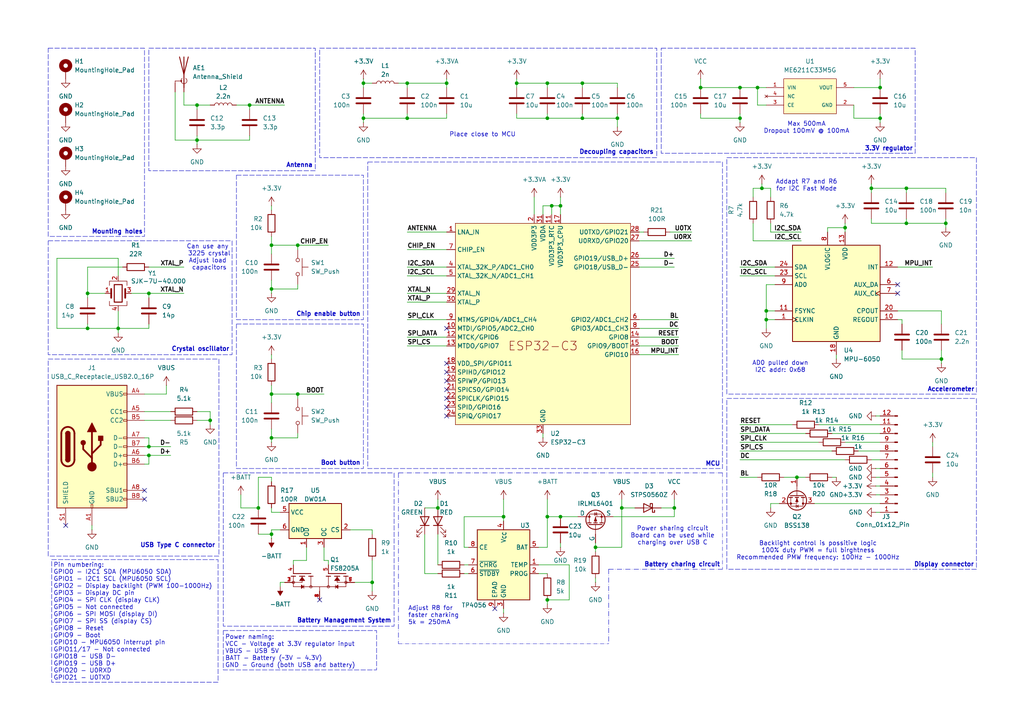
<source format=kicad_sch>
(kicad_sch (version 20250114) (generator "eeschema") (generator_version "9.0")
  (paper "A4")
  (title_block (title "ESP32C3 Smart Board") (date "2025-12-05") (rev "1.3"))
  (lib_symbols
    (symbol "Battery_Management:DW01A"
      (property "Reference" "U" (at -6.604 6.35 0))
      (property "Value" "DW01A" (at 4.318 6.604 0))
      (symbol "DW01A_0_1"
        (pin power_in line (at -10.16 2.54 0) (length 2.54) (name "VCC") (number "5"))
        (pin power_in line (at -10.16 -2.54 0) (length 2.54) (name "GND") (number "6"))
        (pin output line (at -2.54 -7.62 90) (length 2.54) (name "OD") (number "1"))
        (pin output line (at 2.54 -7.62 90) (length 2.54) (name "OC") (number "3"))
        (pin input line (at 10.16 -2.54 180) (length 2.54) (name "CS") (number "2"))
      )
      (symbol "DW01A_1_1"
        (pin no_connect line (at 10.16 2.54 180) (length 2.54) (hide yes) (name "TD") (number "4"))
      )
    )
    (symbol "Battery_Management:TP4056-42-ESOP8"
      (property "Reference" "U" (at -6.604 11.684 0))
      (property "Value" "TP4056-42-ESOP8" (at 10.16 11.684 0))
      (symbol "TP4056-42-ESOP8_1_0"
        (pin input line (at -10.16 5.08 0) (length 2.54) (name "CE") (number "8"))
        (pin open_collector line (at -10.16 0 0) (length 2.54) (name "~{CHRG}") (number "7"))
        (pin open_collector line (at -10.16 -2.54 0) (length 2.54) (name "~{STDBY}") (number "6"))
        (pin passive line (at -2.54 -12.7 90) (length 2.54) (name "EPAD") (number "9"))
        (pin power_in line (at 0 12.7 270) (length 2.54) (name "V_{CC}") (number "4"))
        (pin power_in line (at 0 -12.7 90) (length 2.54) (name "GND") (number "3"))
        (pin power_out line (at 10.16 5.08 180) (length 2.54) (name "BAT") (number "5"))
        (pin input line (at 10.16 0 180) (length 2.54) (name "TEMP") (number "1"))
        (pin passive line (at 10.16 -2.54 180) (length 2.54) (name "PROG") (number "2"))
      )
    )
    (symbol "Connector:Conn_01x12_Pin" (pin_names (offset 1.016) (hide yes))
      (property "Reference" "J" (at 0 15.24 0))
      (property "Value" "Conn_01x12_Pin" (at 0 -17.78 0))
      (symbol "Conn_01x12_Pin_1_1"
        (pin passive line (at 5.08 12.7 180) (length 3.81) (name "Pin_1") (number "1"))
        (pin passive line (at 5.08 10.16 180) (length 3.81) (name "Pin_2") (number "2"))
        (pin passive line (at 5.08 7.62 180) (length 3.81) (name "Pin_3") (number "3"))
        (pin passive line (at 5.08 5.08 180) (length 3.81) (name "Pin_4") (number "4"))
        (pin passive line (at 5.08 2.54 180) (length 3.81) (name "Pin_5") (number "5"))
        (pin passive line (at 5.08 0 180) (length 3.81) (name "Pin_6") (number "6"))
        (pin passive line (at 5.08 -2.54 180) (length 3.81) (name "Pin_7") (number "7"))
        (pin passive line (at 5.08 -5.08 180) (length 3.81) (name "Pin_8") (number "8"))
        (pin passive line (at 5.08 -7.62 180) (length 3.81) (name "Pin_9") (number "9"))
        (pin passive line (at 5.08 -10.16 180) (length 3.81) (name "Pin_10") (number "10"))
        (pin passive line (at 5.08 -12.7 180) (length 3.81) (name "Pin_11") (number "11"))
        (pin passive line (at 5.08 -15.24 180) (length 3.81) (name "Pin_12") (number "12"))
      )
    )
    (symbol "Connector:USB_C_Receptacle_USB2.0_16P" (pin_names (offset 1.016))
      (property "Reference" "J" (at 0 22.225 0))
      (property "Value" "USB_C_Receptacle_USB2.0_16P" (at 0 19.685 0))
      (symbol "USB_C_Receptacle_USB2.0_16P_1_1"
        (pin passive line (at -7.62 -22.86 90) (length 5.08) (name "SHIELD") (number "S1"))
        (pin passive line (at 0 -22.86 90) (length 5.08) (name "GND") (number "A1"))
        (pin passive line (at 0 -22.86 90) (length 5.08) (hide yes) (name "GND") (number "A12"))
        (pin passive line (at 0 -22.86 90) (length 5.08) (hide yes) (name "GND") (number "B1"))
        (pin passive line (at 0 -22.86 90) (length 5.08) (hide yes) (name "GND") (number "B12"))
        (pin passive line (at 15.24 15.24 180) (length 5.08) (name "VBUS") (number "A4"))
        (pin passive line (at 15.24 15.24 180) (length 5.08) (hide yes) (name "VBUS") (number "A9"))
        (pin passive line (at 15.24 15.24 180) (length 5.08) (hide yes) (name "VBUS") (number "B4"))
        (pin passive line (at 15.24 15.24 180) (length 5.08) (hide yes) (name "VBUS") (number "B9"))
        (pin bidirectional line (at 15.24 10.16 180) (length 5.08) (name "CC1") (number "A5"))
        (pin bidirectional line (at 15.24 7.62 180) (length 5.08) (name "CC2") (number "B5"))
        (pin bidirectional line (at 15.24 2.54 180) (length 5.08) (name "D-") (number "A7"))
        (pin bidirectional line (at 15.24 0 180) (length 5.08) (name "D-") (number "B7"))
        (pin bidirectional line (at 15.24 -2.54 180) (length 5.08) (name "D+") (number "A6"))
        (pin bidirectional line (at 15.24 -5.08 180) (length 5.08) (name "D+") (number "B6"))
        (pin bidirectional line (at 15.24 -12.7 180) (length 5.08) (name "SBU1") (number "A8"))
        (pin bidirectional line (at 15.24 -15.24 180) (length 5.08) (name "SBU2") (number "B8"))
      )
    )
    (symbol "Device:Antenna_Shield" (pin_numbers (hide yes)) (pin_names (offset 1.016) (hide yes))
      (property "Reference" "AE" (at -1.905 4.445 0))
      (property "Value" "Antenna_Shield" (at -1.905 2.54 0))
      (symbol "Antenna_Shield_1_1"
        (pin input line (at 0 -5.08 90) (length 2.54) (name "A") (number "1"))
        (pin input line (at 2.54 -5.08 90) (length 2.54) (name "Shield") (number "2"))
      )
    )
    (symbol "Device:C" (pin_numbers (hide yes)) (pin_names (offset 0.254))
      (property "Reference" "C" (at 0.635 2.54 0))
      (property "Value" "C" (at 0.635 -2.54 0))
      (symbol "C_1_1"
        (pin passive line (at 0 3.81 270) (length 2.794) (name "~") (number "1"))
        (pin passive line (at 0 -3.81 90) (length 2.794) (name "~") (number "2"))
      )
    )
    (symbol "Device:Crystal_GND24" (pin_names (offset 1.016) (hide yes))
      (property "Reference" "Y" (at 3.175 5.08 0))
      (property "Value" "Crystal_GND24" (at 3.175 3.175 0))
      (symbol "Crystal_GND24_1_1"
        (pin passive line (at -3.81 0 0) (length 1.27) (name "1") (number "1"))
        (pin passive line (at 0 5.08 270) (length 1.27) (name "2") (number "2"))
        (pin passive line (at 0 -5.08 90) (length 1.27) (name "4") (number "4"))
        (pin passive line (at 3.81 0 180) (length 1.27) (name "3") (number "3"))
      )
    )
    (symbol "Device:D_Schottky" (pin_numbers (hide yes)) (pin_names (offset 1.016) (hide yes))
      (property "Reference" "D" (at 0 2.54 0))
      (property "Value" "D_Schottky" (at 0 -2.54 0))
      (symbol "D_Schottky_1_1"
        (pin passive line (at -3.81 0 0) (length 2.54) (name "K") (number "1"))
        (pin passive line (at 3.81 0 180) (length 2.54) (name "A") (number "2"))
      )
    )
    (symbol "Device:L" (pin_numbers (hide yes)) (pin_names (offset 1.016) (hide yes))
      (property "Reference" "L" (at -1.27 0 90))
      (property "Value" "L" (at 1.905 0 90))
      (symbol "L_1_1"
        (pin passive line (at 0 3.81 270) (length 1.27) (name "1") (number "1"))
        (pin passive line (at 0 -3.81 90) (length 1.27) (name "2") (number "2"))
      )
    )
    (symbol "Device:LED" (pin_numbers (hide yes)) (pin_names (offset 1.016) (hide yes))
      (property "Reference" "D" (at 0 2.54 0))
      (property "Value" "LED" (at 0 -2.54 0))
      (symbol "LED_1_1"
        (pin passive line (at -3.81 0 0) (length 2.54) (name "K") (number "1"))
        (pin passive line (at 3.81 0 180) (length 2.54) (name "A") (number "2"))
      )
    )
    (symbol "Device:R" (pin_numbers (hide yes)) (pin_names (offset 0))
      (property "Reference" "R" (at 2.032 0 90))
      (property "Value" "R" (at 0 0 90))
      (symbol "R_1_1"
        (pin passive line (at 0 3.81 270) (length 1.27) (name "~") (number "1"))
        (pin passive line (at 0 -3.81 90) (length 1.27) (name "~") (number "2"))
      )
    )
    (symbol "Mechanical:MountingHole_Pad" (pin_numbers (hide yes)) (pin_names (offset 1.016) (hide yes)) (in_bom no)
      (property "Reference" "H" (at 0 6.35 0))
      (property "Value" "MountingHole_Pad" (at 0 4.445 0))
      (symbol "MountingHole_Pad_1_1"
        (pin input line (at 0 -2.54 90) (length 2.54) (name "1") (number "1"))
      )
    )
    (symbol "PCM_Espressif:ESP32-C3"
      (property "Reference" "U" (at -25.4 35.56 0))
      (property "Value" "ESP32-C3" (at -25.4 33.02 0))
      (symbol "ESP32-C3_0_0"
        (text "ESP32-C3" (at 0 -5.08 0) (effects (font (size 2.54 2.54))))
        (pin bidirectional line (at -27.94 27.94 0) (length 2.54) (name "LNA_IN") (number "1"))
        (pin input line (at -27.94 22.86 0) (length 2.54) (name "CHIP_EN") (number "7"))
        (pin output line (at -27.94 17.78 0) (length 2.54) (name "XTAL_32K_P/ADC1_CH0") (number "4"))
        (pin input line (at -27.94 15.24 0) (length 2.54) (name "XTAL_32K_N/ADC1_CH1") (number "5"))
        (pin output line (at -27.94 10.16 0) (length 2.54) (name "XTAL_N") (number "29"))
        (pin input line (at -27.94 7.62 0) (length 2.54) (name "XTAL_P") (number "30"))
        (pin bidirectional line (at -27.94 2.54 0) (length 2.54) (name "MTMS/GPIO4/ADC1_CH4") (number "9"))
        (pin bidirectional line (at -27.94 0 0) (length 2.54) (name "MTDI/GPIO5/ADC2_CH0") (number "10"))
        (pin bidirectional line (at -27.94 -2.54 0) (length 2.54) (name "MTCK/GPIO6") (number "12"))
        (pin bidirectional line (at -27.94 -5.08 0) (length 2.54) (name "MTDO/GPIO7") (number "13"))
        (pin bidirectional line (at -27.94 -10.16 0) (length 2.54) (name "VDD_SPI/GPIO11") (number "18"))
        (pin bidirectional line (at -27.94 -12.7 0) (length 2.54) (name "SPIHD/GPIO12") (number "19"))
        (pin bidirectional line (at -27.94 -15.24 0) (length 2.54) (name "SPIWP/GPIO13") (number "20"))
        (pin bidirectional line (at -27.94 -17.78 0) (length 2.54) (name "SPICS0/GPIO14") (number "21"))
        (pin bidirectional line (at -27.94 -20.32 0) (length 2.54) (name "SPICLK/GPIO15") (number "22"))
        (pin bidirectional line (at -27.94 -22.86 0) (length 2.54) (name "SPID/GPIO16") (number "23"))
        (pin bidirectional line (at -27.94 -25.4 0) (length 2.54) (name "SPIQ/GPIO17") (number "24"))
        (pin power_in line (at -2.54 33.02 270) (length 2.54) (name "VDD3P3") (number "2"))
        (pin power_in line (at 0 33.02 270) (length 2.54) (name "VDDA") (number "31"))
        (pin power_in line (at 0 -30.48 90) (length 2.54) (name "GND") (number "33"))
        (pin power_in line (at 2.54 33.02 270) (length 2.54) (name "VDD3P3_RTC") (number "11"))
        (pin power_in line (at 5.08 33.02 270) (length 2.54) (name "VDD3P3_CPU") (number "17"))
        (pin bidirectional line (at 27.94 27.94 180) (length 2.54) (name "U0TXD/GPIO21") (number "28"))
        (pin bidirectional line (at 27.94 25.4 180) (length 2.54) (name "U0RXD/GPIO20") (number "27"))
        (pin bidirectional line (at 27.94 20.32 180) (length 2.54) (name "GPIO19/USB_D+") (number "26"))
        (pin bidirectional line (at 27.94 17.78 180) (length 2.54) (name "GPIO18/USB_D-") (number "25"))
        (pin bidirectional line (at 27.94 2.54 180) (length 2.54) (name "GPIO2/ADC1_CH2") (number "6"))
        (pin bidirectional line (at 27.94 0 180) (length 2.54) (name "GPIO3/ADC1_CH3") (number "8"))
        (pin bidirectional line (at 27.94 -2.54 180) (length 2.54) (name "GPIO8") (number "14"))
        (pin bidirectional line (at 27.94 -5.08 180) (length 2.54) (name "GPIO9/BOOT") (number "15"))
        (pin bidirectional line (at 27.94 -7.62 180) (length 2.54) (name "GPIO10") (number "16"))
      )
      (symbol "ESP32-C3_0_1"
        (pin passive line (at -2.54 33.02 270) (length 2.54) (hide yes) (name "VDD3P3") (number "3"))
        (pin passive line (at 0 33.02 270) (length 2.54) (hide yes) (name "VDDA") (number "32"))
      )
    )
    (symbol "Sensor_Motion:MPU-6050"
      (property "Reference" "U" (at -11.43 13.97 0))
      (property "Value" "MPU-6050" (at 7.62 -15.24 0))
      (symbol "MPU-6050_1_1"
        (pin bidirectional line (at -17.78 7.62 0) (length 5.08) (name "SDA") (number "24"))
        (pin input line (at -17.78 5.08 0) (length 5.08) (name "SCL") (number "23"))
        (pin input line (at -17.78 2.54 0) (length 5.08) (name "AD0") (number "9"))
        (pin input line (at -17.78 -5.08 0) (length 5.08) (name "FSYNC") (number "11"))
        (pin input clock (at -17.78 -7.62 0) (length 5.08) (name "CLKIN") (number "1"))
        (pin no_connect line (at -12.7 12.7 0) (length 2.54) (hide yes) (name "NC") (number "2"))
        (pin no_connect line (at -12.7 10.16 0) (length 2.54) (hide yes) (name "NC") (number "3"))
        (pin no_connect line (at -12.7 0 0) (length 2.54) (hide yes) (name "NC") (number "4"))
        (pin no_connect line (at -12.7 -2.54 0) (length 2.54) (hide yes) (name "NC") (number "5"))
        (pin no_connect line (at -12.7 -10.16 0) (length 2.54) (hide yes) (name "NC") (number "14"))
        (pin power_in line (at -2.54 17.78 270) (length 3.81) (name "VLOGIC") (number "8"))
        (pin power_in line (at 0 -17.78 90) (length 3.81) (name "GND") (number "18"))
        (pin power_in line (at 2.54 17.78 270) (length 3.81) (name "VDD") (number "13"))
        (pin no_connect line (at 12.7 12.7 180) (length 2.54) (hide yes) (name "NC") (number "15"))
        (pin no_connect line (at 12.7 10.16 180) (length 2.54) (hide yes) (name "NC") (number "16"))
        (pin no_connect line (at 12.7 5.08 180) (length 2.54) (hide yes) (name "NC") (number "17"))
        (pin no_connect line (at 12.7 -2.54 180) (length 2.54) (hide yes) (name "RESV") (number "21"))
        (pin no_connect line (at 12.7 -10.16 180) (length 2.54) (hide yes) (name "RESV") (number "19"))
        (pin no_connect line (at 12.7 -12.7 180) (length 2.54) (hide yes) (name "RESV") (number "22"))
        (pin output line (at 17.78 7.62 180) (length 5.08) (name "INT") (number "12"))
        (pin bidirectional line (at 17.78 2.54 180) (length 5.08) (name "AUX_DA") (number "6"))
        (pin output clock (at 17.78 0 180) (length 5.08) (name "AUX_CL") (number "7"))
        (pin passive line (at 17.78 -5.08 180) (length 5.08) (name "CPOUT") (number "20"))
        (pin passive line (at 17.78 -7.62 180) (length 5.08) (name "REGOUT") (number "10"))
      )
    )
    (symbol "Simulation_SPICE:PMOS" (pin_numbers (hide yes)) (pin_names (offset 0))
      (property "Reference" "Q" (at 5.08 1.27 0))
      (property "Value" "PMOS" (at 5.08 -1.27 0))
      (symbol "PMOS_1_1"
        (pin input line (at -5.08 0 0) (length 2.54) (name "G") (number "2"))
        (pin passive line (at 2.54 5.08 270) (length 2.54) (name "D") (number "1"))
        (pin passive line (at 2.54 -5.08 90) (length 2.54) (name "S") (number "3"))
      )
    )
    (symbol "Switch:SW_Push" (pin_numbers (hide yes)) (pin_names (offset 1.016) (hide yes))
      (property "Reference" "SW" (at 1.27 2.54 0))
      (property "Value" "SW_Push" (at 0 -1.524 0))
      (symbol "SW_Push_0_1"
        (pin passive line (at -5.08 0 0) (length 2.54) (name "1") (number "1"))
        (pin passive line (at 5.08 0 180) (length 2.54) (name "2") (number "2"))
      )
    )
    (symbol "Transistor_FET:BSS138" (pin_names (offset 0) (hide yes))
      (property "Reference" "Q" (at 5.08 1.905 0))
      (property "Value" "BSS138" (at 5.08 0 0))
      (symbol "BSS138_1_1"
        (pin input line (at -5.08 0 0) (length 2.54) (name "G") (number "1"))
        (pin passive line (at 2.54 5.08 270) (length 2.54) (name "D") (number "3"))
        (pin passive line (at 2.54 -5.08 90) (length 2.54) (name "S") (number "2"))
      )
    )
    (symbol "User:FS8205A" (pin_names (offset 1.016))
      (property "Reference" "Q" (at -11.43 7.62 0))
      (property "Value" "FS8205A" (at -11.43 -12.7 0))
      (symbol "FS8205A_0_0"
        (pin passive line (at -5.08 2.54 0) (length 2.54) (name "~") (number "5"))
        (pin passive line (at -5.08 -7.62 0) (length 2.54) (name "~") (number "4"))
        (pin passive line (at 0 10.16 270) (length 2.54) (name "~") (number "6"))
        (pin passive line (at 0 10.16 270) (length 2.54) (name "~") (number "7"))
        (pin passive line (at 0 -10.16 90) (length 2.54) (name "~") (number "2"))
        (pin passive line (at 0 -10.16 90) (length 2.54) (name "~") (number "3"))
        (pin passive line (at 5.08 0 180) (length 2.54) (name "~") (number "1"))
        (pin passive line (at 5.08 0 180) (length 2.54) (name "~") (number "8"))
      )
    )
    (symbol "User:XC6210B332MR-G" (pin_names (offset 1.016))
      (property "Reference" "U" (at -7.62 7.62 0))
      (property "Value" "XC6210B332MR-G" (at -7.62 -7.62 0))
      (symbol "XC6210B332MR-G_0_0"
        (pin input line (at -12.7 2.54 0) (length 5.08) (name "VIN") (number "1"))
        (pin no_connect line (at -12.7 0 0) (length 5.08) (name "NC") (number "4"))
        (pin bidirectional line (at -12.7 -2.54 0) (length 5.08) (name "CE") (number "3"))
        (pin output line (at 12.7 2.54 180) (length 5.08) (name "VOUT") (number "5"))
        (pin power_in line (at 12.7 -2.54 180) (length 5.08) (name "GND") (number "2"))
      )
    )
    (symbol "power:+3.3V" (power) (pin_numbers (hide yes)) (pin_names (offset 0) (hide yes))
      (property "Value" "+3.3V" (at 0 3.556 0))
      (symbol "+3.3V_1_1"
        (pin power_in line (at 0 0 90) (length 0) (name "~") (number "1"))
      )
    )
    (symbol "power:+3.3VA" (power) (pin_numbers (hide yes)) (pin_names (offset 0) (hide yes))
      (property "Value" "+3.3VA" (at 0 3.556 0))
      (symbol "+3.3VA_1_1"
        (pin power_in line (at 0 0 90) (length 0) (name "~") (number "1"))
      )
    )
    (symbol "power:+BATT" (power) (pin_numbers (hide yes)) (pin_names (offset 0) (hide yes))
      (property "Value" "+BATT" (at 0 3.556 0))
      (symbol "+BATT_1_1"
        (pin power_in line (at 0 0 90) (length 0) (name "~") (number "1"))
      )
    )
    (symbol "power:-BATT" (power) (pin_numbers (hide yes)) (pin_names (offset 0) (hide yes))
      (property "Value" "-BATT" (at 0 3.556 0))
      (symbol "-BATT_1_1"
        (pin power_in line (at 0 0 90) (length 0) (name "~") (number "1"))
      )
    )
    (symbol "power:GND" (power) (pin_numbers (hide yes)) (pin_names (offset 0) (hide yes))
      (property "Value" "GND" (at 0 -3.81 0))
      (symbol "GND_1_1"
        (pin power_in line (at 0 0 270) (length 0) (name "~") (number "1"))
      )
    )
    (symbol "power:VBUS" (power) (pin_numbers (hide yes)) (pin_names (offset 0) (hide yes))
      (property "Value" "VBUS" (at 0 3.556 0))
      (symbol "VBUS_1_1"
        (pin power_in line (at 0 0 90) (length 0) (name "~") (number "1"))
      )
    )
    (symbol "power:VCC" (power) (pin_numbers (hide yes)) (pin_names (offset 0) (hide yes))
      (property "Value" "VCC" (at 0 3.556 0))
      (symbol "VCC_1_1"
        (pin power_in line (at 0 0 90) (length 0) (name "~") (number "1"))
      )
    )
  )
  (rectangle (start 43.18 13.97) (end 91.44 49.53) (stroke (width 0.127) (type dash)))
  (rectangle (start 115.57 137.16) (end 115.57 186.69) (stroke (width 0.127) (type dash_dot)))
  (rectangle (start 13.97 104.14) (end 63.5 161.29) (stroke (width 0.127) (type dash)))
  (rectangle (start 209.55 137.16) (end 209.55 165.1) (stroke (width 0.1016) (type dash_dot)))
  (rectangle (start 191.77 13.97) (end 265.43 44.45) (stroke (width 0.127) (type dash)))
  (rectangle (start 115.57 186.69) (end 176.53 186.69) (stroke (width 0.1016) (type dash_dot)))
  (rectangle (start 13.97 69.85) (end 67.31 102.87) (stroke (width 0.127) (type dash)))
  (rectangle (start 13.97 13.97) (end 41.91 68.58) (stroke (width 0.127) (type dash)))
  (rectangle (start 64.77 137.16) (end 114.3 181.61) (stroke (width 0.127) (type dash)))
  (rectangle (start 106.68 46.99) (end 209.55 135.89) (stroke (width 0.127) (type dash)))
  (rectangle (start 68.58 93.98) (end 105.41 135.89) (stroke (width 0.127) (type dash)))
  (rectangle (start 115.57 137.16) (end 209.55 137.16) (stroke (width 0.127) (type dash_dot)))
  (rectangle (start 92.71 13.97) (end 190.5 45.72) (stroke (width 0.127) (type dash)))
  (rectangle (start 64.77 182.88) (end 109.22 194.31) (stroke (width 0.127) (type dash)))
  (rectangle (start 210.82 45.72) (end 283.21 114.3) (stroke (width 0.127) (type dash)))
  (rectangle (start 176.53 165.1) (end 176.53 186.69) (stroke (width 0.127) (type dash_dot)))
  (rectangle (start 68.58 50.8) (end 105.41 92.71) (stroke (width 0.127) (type dash)))
  (rectangle (start 210.82 115.57) (end 283.21 165.1) (stroke (width 0.127) (type dash)))
  (rectangle (start 14.986 162.306) (end 63.246 197.866) (stroke (width 0.127) (type dash)))
  (rectangle (start 176.53 165.1) (end 209.55 165.1) (stroke (width 0.127) (type dash_dot)))
  (text "Display connector" (at 273.812 163.83 0) (effects (font (size 1.27 1.27) (thickness 0.254) (bold yes))))
  (text "Antenna" (at 86.868 48.006 0) (effects (font (size 1.27 1.27) (thickness 0.254) (bold yes))))
  (text "Chip enable button" (at 95.25 91.186 0) (effects (font (size 1.27 1.27) (thickness 0.254) (bold yes))))
  (text "Addapt R7 and R6\nfor I2C Fast Mode" (at 233.934 53.848 0) (effects (font (size 1.27 1.27))))
  (text "Decoupling capacitors" (at 178.816 44.196 0) (effects (font (size 1.27 1.27) (thickness 0.254) (bold yes))))
  (text "Can use any \n3225 crystal\nAdjust load \ncapacitors" (at 60.706 74.676 0) (effects (font (size 1.27 1.27))))
  (text "Mounting holes" (at 34.036 67.31 0) (effects (font (size 1.27 1.27) (thickness 0.254) (bold yes))))
  (text "Battery charing circuit" (at 197.866 163.83 0) (effects (font (size 1.27 1.27) (thickness 0.254) (bold yes))))
  (text "USB Type C connector" (at 51.562 158.242 0) (effects (font (size 1.27 1.27) (thickness 0.254) (bold yes))))
  (text "Battery Management System" (at 99.822 180.086 0) (effects (font (size 1.27 1.27) (thickness 0.254) (bold yes))))
  (text "Adjust R8 for \nfaster charking\n5k = 250mA" (at 118.364 178.562 0) (effects (font (size 1.27 1.27)) (justify left)))
  (text "Power sharing circuit\nBoard can be used while\ncharging over USB C" (at 195.072 155.448 0) (effects (font (size 1.27 1.27))))
  (text "Max 500mA\nDropout 100mV @ 100mA" (at 233.934 37.084 0) (effects (font (size 1.27 1.27))))
  (text "Accelerometer" (at 275.844 113.03 0) (effects (font (size 1.27 1.27) (thickness 0.254) (bold yes))))
  (text "Place close to MCU" (at 139.954 39.116 0) (effects (font (size 1.27 1.27))))
  (text "AD0 pulled down\nI2C addr: 0x68" (at 226.314 106.426 0) (effects (font (size 1.27 1.27))))
  (text "Pin numbering:\nGPIO0 - I2C1 SDA (MPU6050 SDA)\nGPIO1 - I2C1 SCL (MPU6050 SCL)\nGPIO2 - Display backlight (PWM 100-1000Hz)\nGPIO3 - Display DC pin\nGPIO4 - SPI CLK (display CLK)\nGPIO5 - Not connected\nGPIO6 - SPI MOSI (display DI)\nGPIO7 - SPI SS (display CS)\nGPIO8 - Reset\nGPIO9 - Boot\nGPIO10 - MPU6050 interrupt pin\nGPIO11/17 - Not connected\nGPIO18 - USB D-\nGPIO19 - USB D+\nGPIO20 - U0RXD\nGPIO21 - U0TXD" (at 15.494 180.34 0) (effects (font (size 1.27 1.27)) (justify left)))
  (text "Boot button" (at 98.806 134.366 0) (effects (font (size 1.27 1.27) (thickness 0.254) (bold yes))))
  (text "Power naming:\nVCC - Voltage at 3.3V regulator input\nVBUS - USB 5V\nBATT - Battery (~3V - 4.3V)\nGND - Ground (both USB and battery)" (at 65.278 188.976 0) (effects (font (size 1.27 1.27)) (justify left)))
  (text "Crystal oscillator" (at 58.166 101.346 0) (effects (font (size 1.27 1.27) (thickness 0.254) (bold yes))))
  (text "MCU" (at 206.756 134.62 0) (effects (font (size 1.27 1.27) (thickness 0.254) (bold yes))))
  (text "3.3V regulator" (at 257.81 43.18 0) (effects (font (size 1.27 1.27) (thickness 0.254) (bold yes))))
  (text "Backlight control is possitive logic\n100% duty PWM = full birghtness\nRecommended PMW frequency: 100Hz - 1000Hz" (at 237.236 159.766 0) (effects (font (size 1.27 1.27))))
  (junction (at 158.75 34.29))
  (junction (at 78.74 154.94))
  (junction (at 78.74 71.12))
  (junction (at 162.56 149.86))
  (junction (at 220.98 54.61))
  (junction (at 118.11 24.13))
  (junction (at 57.15 30.48))
  (junction (at 34.29 95.25))
  (junction (at 86.36 71.12))
  (junction (at 78.74 83.82))
  (junction (at 78.74 114.3))
  (junction (at 255.27 34.29))
  (junction (at 107.95 168.91))
  (junction (at 72.39 30.48))
  (junction (at 127 147.32))
  (junction (at 252.73 54.61))
  (junction (at 179.07 34.29))
  (junction (at 149.86 24.13))
  (junction (at 25.4 85.09))
  (junction (at 168.91 24.13))
  (junction (at 273.05 104.14))
  (junction (at 214.63 34.29))
  (junction (at 158.75 149.86))
  (junction (at 74.93 147.32))
  (junction (at 57.15 40.64))
  (junction (at 262.89 64.77))
  (junction (at 219.71 25.4))
  (junction (at 43.18 85.09))
  (junction (at 160.02 59.69))
  (junction (at 146.05 149.86))
  (junction (at 274.32 64.77))
  (junction (at 180.34 147.32))
  (junction (at 118.11 34.29))
  (junction (at 25.4 95.25))
  (junction (at 222.25 92.71))
  (junction (at 105.41 24.13))
  (junction (at 86.36 114.3))
  (junction (at 158.75 173.99))
  (junction (at 172.72 158.75))
  (junction (at 231.14 138.43))
  (junction (at 129.54 24.13))
  (junction (at 78.74 127))
  (junction (at 214.63 25.4))
  (junction (at 158.75 24.13))
  (junction (at 195.58 147.32))
  (junction (at 203.2 25.4))
  (junction (at 105.41 34.29))
  (junction (at 168.91 34.29))
  (junction (at 60.96 121.92))
  (junction (at 262.89 54.61))
  (junction (at 43.18 129.54))
  (junction (at 222.25 90.17))
  (junction (at 255.27 25.4))
  (junction (at 43.18 132.08))
  (junction (at 162.56 59.69))
  (junction (at 245.11 66.04))
  (no_connect (at 129.54 115.57))
  (no_connect (at 92.71 173.99))
  (no_connect (at 41.91 144.78))
  (no_connect (at 129.54 118.11))
  (no_connect (at 260.35 85.09))
  (no_connect (at 260.35 82.55))
  (no_connect (at 41.91 142.24))
  (no_connect (at 129.54 95.25))
  (no_connect (at 129.54 120.65))
  (no_connect (at 143.51 176.53))
  (no_connect (at 129.54 113.03))
  (no_connect (at 19.05 152.4))
  (no_connect (at 129.54 107.95))
  (no_connect (at 129.54 105.41))
  (no_connect (at 129.54 110.49))
  (wire (pts (xy 247.65 30.48) (xy 247.65 34.29)))
  (wire (pts (xy 105.41 34.29) (xy 105.41 35.56)))
  (wire (pts (xy 107.95 168.91) (xy 107.95 171.45)))
  (wire (pts (xy 224.79 82.55) (xy 222.25 82.55)))
  (wire (pts (xy 118.11 67.31) (xy 129.54 67.31)))
  (wire (pts (xy 146.05 176.53) (xy 146.05 177.8)))
  (wire (pts (xy 88.9 162.56) (xy 88.9 158.75)))
  (wire (pts (xy 78.74 116.84) (xy 78.74 114.3)))
  (wire (pts (xy 53.34 26.67) (xy 53.34 30.48)))
  (wire (pts (xy 214.63 125.73) (xy 233.68 125.73)))
  (wire (pts (xy 134.62 158.75) (xy 134.62 149.86)))
  (wire (pts (xy 162.56 59.69) (xy 162.56 62.23)))
  (wire (pts (xy 227.33 138.43) (xy 231.14 138.43)))
  (wire (pts (xy 85.09 163.83) (xy 85.09 162.56)))
  (wire (pts (xy 158.75 144.78) (xy 158.75 149.86)))
  (wire (pts (xy 81.28 153.67) (xy 78.74 153.67)))
  (wire (pts (xy 25.4 77.47) (xy 35.56 77.47)))
  (wire (pts (xy 78.74 102.87) (xy 78.74 104.14)))
  (wire (pts (xy 82.55 168.91) (xy 81.28 168.91)))
  (wire (pts (xy 146.05 149.86) (xy 146.05 151.13)))
  (wire (pts (xy 149.86 34.29) (xy 158.75 34.29)))
  (wire (pts (xy 214.63 33.02) (xy 214.63 34.29)))
  (wire (pts (xy 226.06 146.05) (xy 223.52 146.05)))
  (wire (pts (xy 149.86 22.86) (xy 149.86 24.13)))
  (wire (pts (xy 162.56 157.48) (xy 162.56 158.75)))
  (wire (pts (xy 270.51 128.27) (xy 270.51 129.54)))
  (wire (pts (xy 262.89 64.77) (xy 274.32 64.77)))
  (wire (pts (xy 200.66 67.31) (xy 194.31 67.31)))
  (wire (pts (xy 156.21 166.37) (xy 158.75 166.37)))
  (wire (pts (xy 219.71 25.4) (xy 219.71 30.48)))
  (wire (pts (xy 185.42 69.85) (xy 200.66 69.85)))
  (wire (pts (xy 78.74 154.94) (xy 78.74 156.21)))
  (wire (pts (xy 262.89 63.5) (xy 262.89 64.77)))
  (wire (pts (xy 248.92 130.81) (xy 255.27 130.81)))
  (wire (pts (xy 252.73 53.34) (xy 252.73 54.61)))
  (wire (pts (xy 242.57 102.87) (xy 242.57 104.14)))
  (wire (pts (xy 157.48 62.23) (xy 157.48 59.69)))
  (wire (pts (xy 157.48 125.73) (xy 157.48 127)))
  (wire (pts (xy 48.26 114.3) (xy 41.91 114.3)))
  (wire (pts (xy 105.41 24.13) (xy 107.95 24.13)))
  (wire (pts (xy 34.29 90.17) (xy 34.29 95.25)))
  (wire (pts (xy 241.3 125.73) (xy 255.27 125.73)))
  (wire (pts (xy 95.25 163.83) (xy 95.25 162.56)))
  (wire (pts (xy 107.95 153.67) (xy 101.6 153.67)))
  (wire (pts (xy 214.63 128.27) (xy 237.49 128.27)))
  (wire (pts (xy 78.74 127) (xy 78.74 124.46)))
  (wire (pts (xy 218.44 69.85) (xy 218.44 64.77)))
  (wire (pts (xy 220.98 53.34) (xy 220.98 54.61)))
  (wire (pts (xy 43.18 127) (xy 43.18 129.54)))
  (wire (pts (xy 252.73 54.61) (xy 262.89 54.61)))
  (wire (pts (xy 43.18 134.62) (xy 41.91 134.62)))
  (wire (pts (xy 86.36 114.3) (xy 93.98 114.3)))
  (wire (pts (xy 165.1 173.99) (xy 158.75 173.99)))
  (wire (pts (xy 78.74 68.58) (xy 78.74 71.12)))
  (wire (pts (xy 86.36 114.3) (xy 86.36 115.57)))
  (wire (pts (xy 220.98 54.61) (xy 223.52 54.61)))
  (wire (pts (xy 85.09 162.56) (xy 88.9 162.56)))
  (wire (pts (xy 203.2 25.4) (xy 214.63 25.4)))
  (wire (pts (xy 168.91 24.13) (xy 168.91 25.4)))
  (wire (pts (xy 222.25 92.71) (xy 222.25 95.25)))
  (wire (pts (xy 254 140.97) (xy 255.27 140.97)))
  (wire (pts (xy 86.36 125.73) (xy 86.36 127)))
  (wire (pts (xy 16.51 95.25) (xy 25.4 95.25)))
  (wire (pts (xy 149.86 33.02) (xy 149.86 34.29)))
  (wire (pts (xy 74.93 138.43) (xy 74.93 147.32)))
  (wire (pts (xy 158.75 24.13) (xy 158.75 25.4)))
  (wire (pts (xy 25.4 85.09) (xy 25.4 86.36)))
  (wire (pts (xy 81.28 168.91) (xy 81.28 170.18)))
  (wire (pts (xy 273.05 105.41) (xy 273.05 104.14)))
  (wire (pts (xy 222.25 90.17) (xy 222.25 92.71)))
  (wire (pts (xy 261.62 92.71) (xy 261.62 93.98)))
  (wire (pts (xy 179.07 34.29) (xy 179.07 33.02)))
  (wire (pts (xy 26.67 152.4) (xy 26.67 153.67)))
  (wire (pts (xy 25.4 95.25) (xy 34.29 95.25)))
  (wire (pts (xy 160.02 59.69) (xy 162.56 59.69)))
  (wire (pts (xy 53.34 30.48) (xy 57.15 30.48)))
  (wire (pts (xy 270.51 77.47) (xy 260.35 77.47)))
  (wire (pts (xy 224.79 90.17) (xy 222.25 90.17)))
  (wire (pts (xy 41.91 119.38) (xy 49.53 119.38)))
  (wire (pts (xy 270.51 137.16) (xy 270.51 138.43)))
  (wire (pts (xy 255.27 22.86) (xy 255.27 25.4)))
  (wire (pts (xy 185.42 77.47) (xy 195.58 77.47)))
  (wire (pts (xy 78.74 153.67) (xy 78.74 154.94)))
  (wire (pts (xy 105.41 22.86) (xy 105.41 24.13)))
  (wire (pts (xy 180.34 144.78) (xy 180.34 147.32)))
  (wire (pts (xy 231.14 138.43) (xy 233.68 138.43)))
  (wire (pts (xy 78.74 73.66) (xy 78.74 71.12)))
  (wire (pts (xy 105.41 34.29) (xy 118.11 34.29)))
  (wire (pts (xy 127 144.78) (xy 127 147.32)))
  (wire (pts (xy 57.15 121.92) (xy 60.96 121.92)))
  (wire (pts (xy 214.63 35.56) (xy 214.63 34.29)))
  (wire (pts (xy 78.74 127) (xy 78.74 128.27)))
  (wire (pts (xy 273.05 104.14) (xy 261.62 104.14)))
  (wire (pts (xy 223.52 57.15) (xy 223.52 54.61)))
  (wire (pts (xy 224.79 92.71) (xy 222.25 92.71)))
  (wire (pts (xy 74.93 138.43) (xy 78.74 138.43)))
  (wire (pts (xy 107.95 168.91) (xy 102.87 168.91)))
  (wire (pts (xy 185.42 97.79) (xy 196.85 97.79)))
  (wire (pts (xy 218.44 54.61) (xy 220.98 54.61)))
  (wire (pts (xy 219.71 25.4) (xy 222.25 25.4)))
  (wire (pts (xy 186.69 67.31) (xy 185.42 67.31)))
  (wire (pts (xy 245.11 128.27) (xy 255.27 128.27)))
  (wire (pts (xy 118.11 24.13) (xy 115.57 24.13)))
  (wire (pts (xy 222.25 30.48) (xy 219.71 30.48)))
  (wire (pts (xy 262.89 54.61) (xy 262.89 55.88)))
  (wire (pts (xy 260.35 92.71) (xy 261.62 92.71)))
  (wire (pts (xy 247.65 34.29) (xy 255.27 34.29)))
  (wire (pts (xy 118.11 33.02) (xy 118.11 34.29)))
  (wire (pts (xy 78.74 83.82) (xy 78.74 81.28)))
  (wire (pts (xy 254 143.51) (xy 255.27 143.51)))
  (wire (pts (xy 48.26 111.76) (xy 48.26 114.3)))
  (wire (pts (xy 127 154.94) (xy 127 163.83)))
  (wire (pts (xy 179.07 24.13) (xy 179.07 25.4)))
  (wire (pts (xy 86.36 71.12) (xy 86.36 72.39)))
  (wire (pts (xy 123.19 154.94) (xy 123.19 166.37)))
  (wire (pts (xy 118.11 97.79) (xy 129.54 97.79)))
  (wire (pts (xy 107.95 162.56) (xy 107.95 168.91)))
  (wire (pts (xy 78.74 83.82) (xy 78.74 85.09)))
  (wire (pts (xy 43.18 132.08) (xy 43.18 134.62)))
  (wire (pts (xy 43.18 95.25) (xy 43.18 93.98)))
  (wire (pts (xy 43.18 85.09) (xy 43.18 86.36)))
  (wire (pts (xy 254 135.89) (xy 255.27 135.89)))
  (wire (pts (xy 135.89 158.75) (xy 134.62 158.75)))
  (wire (pts (xy 191.77 147.32) (xy 195.58 147.32)))
  (wire (pts (xy 134.62 163.83) (xy 135.89 163.83)))
  (wire (pts (xy 123.19 166.37) (xy 127 166.37)))
  (wire (pts (xy 241.3 138.43) (xy 242.57 138.43)))
  (wire (pts (xy 129.54 33.02) (xy 129.54 34.29)))
  (wire (pts (xy 118.11 24.13) (xy 129.54 24.13)))
  (wire (pts (xy 41.91 132.08) (xy 43.18 132.08)))
  (wire (pts (xy 93.98 162.56) (xy 93.98 158.75)))
  (wire (pts (xy 255.27 34.29) (xy 255.27 33.02)))
  (wire (pts (xy 57.15 40.64) (xy 57.15 39.37)))
  (wire (pts (xy 214.63 77.47) (xy 224.79 77.47)))
  (wire (pts (xy 118.11 80.01) (xy 129.54 80.01)))
  (wire (pts (xy 158.75 149.86) (xy 162.56 149.86)))
  (wire (pts (xy 41.91 129.54) (xy 43.18 129.54)))
  (wire (pts (xy 105.41 24.13) (xy 105.41 25.4)))
  (wire (pts (xy 118.11 25.4) (xy 118.11 24.13)))
  (wire (pts (xy 78.74 114.3) (xy 86.36 114.3)))
  (wire (pts (xy 72.39 30.48) (xy 68.58 30.48)))
  (wire (pts (xy 43.18 77.47) (xy 53.34 77.47)))
  (wire (pts (xy 72.39 39.37) (xy 72.39 40.64)))
  (wire (pts (xy 105.41 33.02) (xy 105.41 34.29)))
  (wire (pts (xy 134.62 149.86) (xy 146.05 149.86)))
  (wire (pts (xy 273.05 90.17) (xy 260.35 90.17)))
  (wire (pts (xy 69.85 143.51) (xy 69.85 147.32)))
  (wire (pts (xy 261.62 101.6) (xy 261.62 104.14)))
  (wire (pts (xy 195.58 147.32) (xy 195.58 149.86)))
  (wire (pts (xy 203.2 33.02) (xy 203.2 34.29)))
  (wire (pts (xy 41.91 127) (xy 43.18 127)))
  (wire (pts (xy 203.2 34.29) (xy 214.63 34.29)))
  (wire (pts (xy 158.75 149.86) (xy 158.75 158.75)))
  (wire (pts (xy 60.96 119.38) (xy 60.96 121.92)))
  (wire (pts (xy 262.89 54.61) (xy 274.32 54.61)))
  (wire (pts (xy 252.73 55.88) (xy 252.73 54.61)))
  (wire (pts (xy 16.51 74.93) (xy 16.51 95.25)))
  (wire (pts (xy 57.15 40.64) (xy 57.15 41.91)))
  (wire (pts (xy 274.32 55.88) (xy 274.32 54.61)))
  (wire (pts (xy 25.4 85.09) (xy 25.4 77.47)))
  (wire (pts (xy 146.05 144.78) (xy 146.05 149.86)))
  (wire (pts (xy 185.42 74.93) (xy 195.58 74.93)))
  (wire (pts (xy 172.72 157.48) (xy 172.72 158.75)))
  (wire (pts (xy 50.8 40.64) (xy 57.15 40.64)))
  (wire (pts (xy 195.58 144.78) (xy 195.58 147.32)))
  (wire (pts (xy 72.39 30.48) (xy 82.55 30.48)))
  (wire (pts (xy 218.44 69.85) (xy 232.41 69.85)))
  (wire (pts (xy 214.63 25.4) (xy 219.71 25.4)))
  (wire (pts (xy 86.36 127) (xy 78.74 127)))
  (wire (pts (xy 86.36 82.55) (xy 86.36 83.82)))
  (wire (pts (xy 78.74 59.69) (xy 78.74 60.96)))
  (wire (pts (xy 252.73 133.35) (xy 255.27 133.35)))
  (wire (pts (xy 245.11 66.04) (xy 245.11 67.31)))
  (wire (pts (xy 69.85 147.32) (xy 74.93 147.32)))
  (wire (pts (xy 245.11 64.77) (xy 245.11 66.04)))
  (wire (pts (xy 185.42 95.25) (xy 196.85 95.25)))
  (wire (pts (xy 34.29 95.25) (xy 43.18 95.25)))
  (wire (pts (xy 180.34 147.32) (xy 180.34 158.75)))
  (wire (pts (xy 25.4 85.09) (xy 30.48 85.09)))
  (wire (pts (xy 179.07 34.29) (xy 179.07 36.83)))
  (wire (pts (xy 172.72 167.64) (xy 172.72 168.91)))
  (wire (pts (xy 273.05 93.98) (xy 273.05 90.17)))
  (wire (pts (xy 157.48 59.69) (xy 160.02 59.69)))
  (wire (pts (xy 274.32 64.77) (xy 274.32 63.5)))
  (wire (pts (xy 25.4 93.98) (xy 25.4 95.25)))
  (wire (pts (xy 254 138.43) (xy 255.27 138.43)))
  (wire (pts (xy 158.75 24.13) (xy 168.91 24.13)))
  (wire (pts (xy 162.56 149.86) (xy 167.64 149.86)))
  (wire (pts (xy 118.11 87.63) (xy 129.54 87.63)))
  (wire (pts (xy 78.74 111.76) (xy 78.74 114.3)))
  (wire (pts (xy 247.65 25.4) (xy 255.27 25.4)))
  (wire (pts (xy 34.29 95.25) (xy 34.29 96.52)))
  (wire (pts (xy 168.91 24.13) (xy 179.07 24.13)))
  (wire (pts (xy 158.75 34.29) (xy 168.91 34.29)))
  (wire (pts (xy 118.11 92.71) (xy 129.54 92.71)))
  (wire (pts (xy 78.74 148.59) (xy 78.74 147.32)))
  (wire (pts (xy 72.39 40.64) (xy 57.15 40.64)))
  (wire (pts (xy 57.15 119.38) (xy 60.96 119.38)))
  (wire (pts (xy 168.91 34.29) (xy 179.07 34.29)))
  (wire (pts (xy 214.63 123.19) (xy 229.87 123.19)))
  (wire (pts (xy 255.27 34.29) (xy 255.27 35.56)))
  (wire (pts (xy 50.8 26.67) (xy 50.8 40.64)))
  (wire (pts (xy 236.22 146.05) (xy 255.27 146.05)))
  (wire (pts (xy 214.63 80.01) (xy 224.79 80.01)))
  (wire (pts (xy 165.1 163.83) (xy 165.1 173.99)))
  (wire (pts (xy 149.86 25.4) (xy 149.86 24.13)))
  (wire (pts (xy 254 120.65) (xy 255.27 120.65)))
  (wire (pts (xy 185.42 92.71) (xy 196.85 92.71)))
  (wire (pts (xy 180.34 158.75) (xy 172.72 158.75)))
  (wire (pts (xy 38.1 85.09) (xy 43.18 85.09)))
  (wire (pts (xy 118.11 72.39) (xy 129.54 72.39)))
  (wire (pts (xy 158.75 173.99) (xy 158.75 175.26)))
  (wire (pts (xy 118.11 77.47) (xy 129.54 77.47)))
  (wire (pts (xy 134.62 166.37) (xy 135.89 166.37)))
  (wire (pts (xy 43.18 129.54) (xy 49.53 129.54)))
  (wire (pts (xy 274.32 64.77) (xy 274.32 66.04)))
  (wire (pts (xy 86.36 71.12) (xy 95.25 71.12)))
  (wire (pts (xy 223.52 67.31) (xy 232.41 67.31)))
  (wire (pts (xy 254 148.59) (xy 255.27 148.59)))
  (wire (pts (xy 252.73 64.77) (xy 262.89 64.77)))
  (wire (pts (xy 149.86 24.13) (xy 158.75 24.13)))
  (wire (pts (xy 223.52 146.05) (xy 223.52 147.32)))
  (wire (pts (xy 81.28 148.59) (xy 78.74 148.59)))
  (wire (pts (xy 78.74 71.12) (xy 86.36 71.12)))
  (wire (pts (xy 95.25 162.56) (xy 93.98 162.56)))
  (wire (pts (xy 172.72 158.75) (xy 172.72 160.02)))
  (wire (pts (xy 160.02 59.69) (xy 160.02 62.23)))
  (wire (pts (xy 154.94 57.15) (xy 154.94 62.23)))
  (wire (pts (xy 214.63 138.43) (xy 219.71 138.43)))
  (wire (pts (xy 203.2 22.86) (xy 203.2 25.4)))
  (wire (pts (xy 223.52 67.31) (xy 223.52 64.77)))
  (wire (pts (xy 156.21 158.75) (xy 158.75 158.75)))
  (wire (pts (xy 78.74 139.7) (xy 78.74 138.43)))
  (wire (pts (xy 222.25 82.55) (xy 222.25 90.17)))
  (wire (pts (xy 185.42 102.87) (xy 196.85 102.87)))
  (wire (pts (xy 43.18 85.09) (xy 53.34 85.09)))
  (wire (pts (xy 218.44 57.15) (xy 218.44 54.61)))
  (wire (pts (xy 60.96 121.92) (xy 60.96 123.19)))
  (wire (pts (xy 72.39 31.75) (xy 72.39 30.48)))
  (wire (pts (xy 34.29 80.01) (xy 34.29 74.93)))
  (wire (pts (xy 118.11 100.33) (xy 129.54 100.33)))
  (wire (pts (xy 252.73 63.5) (xy 252.73 64.77)))
  (wire (pts (xy 273.05 101.6) (xy 273.05 104.14)))
  (wire (pts (xy 180.34 147.32) (xy 184.15 147.32)))
  (wire (pts (xy 156.21 163.83) (xy 165.1 163.83)))
  (wire (pts (xy 57.15 30.48) (xy 57.15 31.75)))
  (wire (pts (xy 86.36 83.82) (xy 78.74 83.82)))
  (wire (pts (xy 214.63 133.35) (xy 245.11 133.35)))
  (wire (pts (xy 43.18 132.08) (xy 49.53 132.08)))
  (wire (pts (xy 118.11 34.29) (xy 129.54 34.29)))
  (wire (pts (xy 129.54 22.86) (xy 129.54 24.13)))
  (wire (pts (xy 237.49 123.19) (xy 255.27 123.19)))
  (wire (pts (xy 57.15 30.48) (xy 60.96 30.48)))
  (wire (pts (xy 107.95 154.94) (xy 107.95 153.67)))
  (wire (pts (xy 118.11 85.09) (xy 129.54 85.09)))
  (wire (pts (xy 129.54 24.13) (xy 129.54 25.4)))
  (wire (pts (xy 195.58 149.86) (xy 177.8 149.86)))
  (wire (pts (xy 74.93 154.94) (xy 78.74 154.94)))
  (wire (pts (xy 240.03 66.04) (xy 240.03 67.31)))
  (wire (pts (xy 168.91 34.29) (xy 168.91 33.02)))
  (wire (pts (xy 185.42 100.33) (xy 196.85 100.33)))
  (wire (pts (xy 158.75 33.02) (xy 158.75 34.29)))
  (wire (pts (xy 162.56 57.15) (xy 162.56 59.69)))
  (wire (pts (xy 41.91 121.92) (xy 49.53 121.92)))
  (wire (pts (xy 240.03 66.04) (xy 245.11 66.04)))
  (wire (pts (xy 34.29 74.93) (xy 16.51 74.93)))
  (wire (pts (xy 214.63 130.81) (xy 241.3 130.81)))
  (wire (pts (xy 123.19 147.32) (xy 127 147.32)))
  (label "XTAL_N" (at 53.34 85.09 180) (effects (font (thickness 0.254) (bold yes))))
  (label "ANTENNA" (at 118.11 67.31 0) (effects (font (thickness 0.254) (bold yes))))
  (label "D+" (at 49.53 132.08 180) (effects (font (thickness 0.254) (bold yes))))
  (label "SPI_CLK" (at 118.11 92.71 0) (effects (font (thickness 0.254) (bold yes))))
  (label "BL" (at 196.85 92.71 180) (effects (font (thickness 0.254) (bold yes))))
  (label "XTAL_N" (at 118.11 85.09 0) (effects (font (thickness 0.254) (bold yes))))
  (label "SPI_CLK" (at 214.63 128.27 0) (effects (font (thickness 0.254) (bold yes))))
  (label "XTAL_P" (at 118.11 87.63 0) (effects (font (thickness 0.254) (bold yes))))
  (label "D-" (at 195.58 77.47 180) (effects (font (thickness 0.254) (bold yes))))
  (label "BOOT" (at 93.98 114.3 180) (effects (font (thickness 0.254) (bold yes))))
  (label "I2C_SDA" (at 232.41 67.31 180) (effects (font (thickness 0.254) (bold yes))))
  (label "ANTENNA" (at 82.55 30.48 180) (effects (font (thickness 0.254) (bold yes))))
  (label "CHIP_EN" (at 118.11 72.39 0) (effects (font (thickness 0.254) (bold yes))))
  (label "SPI_CS" (at 214.63 130.81 0) (effects (font (thickness 0.254) (bold yes))))
  (label "RESET" (at 196.85 97.79 180) (effects (font (thickness 0.254) (bold yes))))
  (label "U0RX" (at 200.66 69.85 180) (effects (font (thickness 0.254) (bold yes))))
  (label "BL" (at 214.63 138.43 0) (effects (font (thickness 0.254) (bold yes))))
  (label "DC" (at 196.85 95.25 180) (effects (font (thickness 0.254) (bold yes))))
  (label "I2C_SDA" (at 118.11 77.47 0) (effects (font (thickness 0.254) (bold yes))))
  (label "I2C_SCL" (at 232.41 69.85 180) (effects (font (thickness 0.254) (bold yes))))
  (label "MPU_INT" (at 196.85 102.87 180) (effects (font (thickness 0.254) (bold yes))))
  (label "I2C_SCL" (at 214.63 80.01 0) (effects (font (thickness 0.254) (bold yes))))
  (label "I2C_SCL" (at 118.11 80.01 0) (effects (font (thickness 0.254) (bold yes))))
  (label "D+" (at 195.58 74.93 180) (effects (font (thickness 0.254) (bold yes))))
  (label "MPU_INT" (at 270.51 77.47 180) (effects (font (thickness 0.254) (bold yes))))
  (label "CHIP_EN" (at 95.25 71.12 180) (effects (font (thickness 0.254) (bold yes))))
  (label "XTAL_P" (at 53.34 77.47 180) (effects (font (thickness 0.254) (bold yes))))
  (label "SPI_DATA" (at 118.11 97.79 0) (effects (font (thickness 0.254) (bold yes))))
  (label "SPI_DATA" (at 214.63 125.73 0) (effects (font (thickness 0.254) (bold yes))))
  (label "D-" (at 49.53 129.54 180) (effects (font (thickness 0.254) (bold yes))))
  (label "DC" (at 214.63 133.35 0) (effects (font (thickness 0.254) (bold yes))))
  (label "RESET" (at 214.63 123.19 0) (effects (font (thickness 0.254) (bold yes))))
  (label "SPI_CS" (at 118.11 100.33 0) (effects (font (thickness 0.254) (bold yes))))
  (label "BOOT" (at 196.85 100.33 180) (effects (font (thickness 0.254) (bold yes))))
  (label "I2C_SDA" (at 214.63 77.47 0) (effects (font (thickness 0.254) (bold yes))))
  (label "U0TX" (at 200.66 67.31 180) (effects (font (thickness 0.254) (bold yes))))
  (symbol (lib_id "power:GND") (at 19.05 48.26 0) (unit 1)
    (property "Reference" "#PWR033" (effects (hide yes)))
    (property "Value" "GND" (at 19.05 53.34 0))
    (property "Description" "Power symbol creates a global label with name \"GND\" , ground" (effects (hide yes)))
  )
  (symbol (lib_id "Device:C") (at 270.51 133.35 0) (unit 1)
    (property "Reference" "C24" (at 274.32 132.0799 0) (effects (justify left)))
    (property "Value" "10u" (at 274.32 134.6199 0) (effects (justify left)))
    (property "Footprint" "Capacitor_SMD:C_0402_1005Metric" (effects (hide yes)))
    (property "Description" "Unpolarized capacitor" (effects (hide yes)))
  )
  (symbol (lib_id "Device:R") (at 107.95 158.75 0) (unit 1)
    (property "Reference" "R9" (at 110.49 157.4799 0) (effects (justify left)))
    (property "Value" "1k" (at 110.49 160.0199 0) (effects (justify left)))
    (property "Footprint" "Resistor_SMD:R_0402_1005Metric" (effects (hide yes)))
    (property "Description" "Resistor" (effects (hide yes)))
  )
  (symbol (lib_id "power:GND") (at 273.05 105.41 0) (unit 1)
    (property "Reference" "#PWR031" (effects (hide yes)))
    (property "Value" "GND" (at 273.05 110.49 0))
    (property "Description" "Power symbol creates a global label with name \"GND\" , ground" (effects (hide yes)))
  )
  (symbol (lib_id "Device:C") (at 158.75 29.21 0) (mirror y) (unit 1)
    (property "Reference" "C4" (at 161.29 27.94 0) (effects (justify right)))
    (property "Value" "100n" (at 161.29 30.48 0) (effects (justify right)))
    (property "Footprint" "Capacitor_SMD:C_0402_1005Metric" (effects (hide yes)))
    (property "Description" "Unpolarized capacitor" (effects (hide yes)))
  )
  (symbol (lib_id "Device:R") (at 233.68 123.19 90) (unit 1)
    (property "Reference" "R12" (at 233.68 116.84 90))
    (property "Value" "1k" (at 233.68 119.38 90))
    (property "Footprint" "Resistor_SMD:R_0402_1005Metric" (effects (hide yes)))
    (property "Description" "Resistor" (effects (hide yes)))
  )
  (symbol (lib_id "power:GND") (at 78.74 85.09 0) (mirror y) (unit 1)
    (property "Reference" "#PWR010" (effects (hide yes)))
    (property "Value" "GND" (at 78.74 90.17 0))
    (property "Description" "Power symbol creates a global label with name \"GND\" , ground" (effects (hide yes)))
  )
  (symbol (lib_id "power:+BATT") (at 158.75 144.78 0) (unit 1)
    (property "Reference" "#PWR024" (effects (hide yes)))
    (property "Value" "+BATT" (at 158.75 139.7 0))
    (property "Description" "Power symbol creates a global label with name \"+BATT\"" (effects (hide yes)))
  )
  (symbol (lib_id "Device:R") (at 39.37 77.47 90) (unit 1)
    (property "Reference" "R1" (at 39.37 71.12 90))
    (property "Value" "22R" (at 39.37 73.66 90))
    (property "Footprint" "Resistor_SMD:R_0402_1005Metric" (effects (hide yes)))
    (property "Description" "Resistor" (effects (hide yes)))
  )
  (symbol (lib_id "power:+3.3V") (at 254 143.51 90) (unit 1)
    (property "Reference" "#PWR052" (effects (hide yes)))
    (property "Value" "+3.3V" (at 250.19 143.5099 90) (effects (justify left)))
    (property "Description" "Power symbol creates a global label with name \"+3.3V\"" (effects (hide yes)))
  )
  (symbol (lib_id "power:GND") (at 157.48 127 0) (unit 1)
    (property "Reference" "#PWR07" (effects (hide yes)))
    (property "Value" "GND" (at 157.48 132.08 0))
    (property "Description" "Power symbol creates a global label with name \"GND\" , ground" (effects (hide yes)))
  )
  (symbol (lib_id "power:+3.3VA") (at 154.94 57.15 0) (unit 1)
    (property "Reference" "#PWR047" (effects (hide yes)))
    (property "Value" "+3.3VA" (at 154.94 52.07 0))
    (property "Description" "Power symbol creates a global label with name \"+3.3VA\"" (effects (hide yes)))
  )
  (symbol (lib_id "Device:L") (at 111.76 24.13 90) (unit 1)
    (property "Reference" "L1" (at 111.76 19.05 90))
    (property "Value" "2n" (at 111.76 21.59 90))
    (property "Footprint" "Inductor_SMD:L_0402_1005Metric" (effects (hide yes)))
    (property "Description" "Inductor" (effects (hide yes)))
  )
  (symbol (lib_id "power:VBUS") (at 180.34 144.78 0) (unit 1)
    (property "Reference" "#PWR054" (effects (hide yes)))
    (property "Value" "VBUS" (at 180.34 139.7 0))
    (property "Description" "Power symbol creates a global label with name \"VBUS\"" (effects (hide yes)))
  )
  (symbol (lib_id "Device:C") (at 118.11 29.21 0) (mirror y) (unit 1)
    (property "Reference" "C2" (at 121.92 27.9399 0) (effects (justify right)))
    (property "Value" "100n" (at 121.92 30.4799 0) (effects (justify right)))
    (property "Footprint" "Capacitor_SMD:C_0402_1005Metric" (effects (hide yes)))
    (property "Description" "Unpolarized capacitor" (effects (hide yes)))
  )
  (symbol (lib_id "power:+3.3V") (at 255.27 22.86 0) (unit 1)
    (property "Reference" "#PWR015" (effects (hide yes)))
    (property "Value" "+3.3V" (at 255.27 17.78 0))
    (property "Description" "Power symbol creates a global label with name \"+3.3V\"" (effects (hide yes)))
  )
  (symbol (lib_id "power:GND") (at 254 148.59 270) (unit 1)
    (property "Reference" "#PWR037" (effects (hide yes)))
    (property "Value" "GND" (at 250.19 148.5899 90) (effects (justify right)))
    (property "Description" "Power symbol creates a global label with name \"GND\" , ground" (effects (hide yes)))
  )
  (symbol (lib_id "Device:C") (at 255.27 29.21 0) (unit 1)
    (property "Reference" "C16" (at 259.08 27.9399 0) (effects (justify left)))
    (property "Value" "10u" (at 259.08 30.4799 0) (effects (justify left)))
    (property "Footprint" "Capacitor_SMD:C_0402_1005Metric" (effects (hide yes)))
    (property "Description" "Unpolarized capacitor" (effects (hide yes)))
  )
  (symbol (lib_id "Device:C") (at 252.73 59.69 0) (unit 1)
    (property "Reference" "C14" (at 256.54 58.4199 0) (effects (justify left)))
    (property "Value" "10u" (at 256.54 60.9599 0) (effects (justify left)))
    (property "Footprint" "Capacitor_SMD:C_0402_1005Metric" (effects (hide yes)))
    (property "Description" "Unpolarized capacitor" (effects (hide yes)))
  )
  (symbol (lib_id "power:GND") (at 146.05 177.8 0) (unit 1)
    (property "Reference" "#PWR022" (effects (hide yes)))
    (property "Value" "GND" (at 146.05 182.88 0))
    (property "Description" "Power symbol creates a global label with name \"GND\" , ground" (effects (hide yes)))
  )
  (symbol (lib_id "Device:C") (at 105.41 29.21 0) (unit 1)
    (property "Reference" "C3" (at 101.6 27.9399 0) (effects (justify right)))
    (property "Value" "100n" (at 101.6 30.4799 0) (effects (justify right)))
    (property "Footprint" "Capacitor_SMD:C_0402_1005Metric" (effects (hide yes)))
    (property "Description" "Unpolarized capacitor" (effects (hide yes)))
  )
  (symbol (lib_id "Switch:SW_Push") (at 86.36 77.47 270) (unit 1)
    (property "Reference" "SW1" (at 90.17 76.1999 90) (effects (justify left)))
    (property "Value" "SW_Push" (at 90.17 78.7399 90) (effects (justify left)))
    (property "Footprint" "Button_Switch_SMD:SW_Push_1P1T_NO_CK_KMR2" (effects (hide yes)))
    (property "Description" "Push button switch, generic, two pins" (effects (hide yes)))
  )
  (symbol (lib_id "power:GND") (at 254 135.89 270) (unit 1)
    (property "Reference" "#PWR040" (effects (hide yes)))
    (property "Value" "GND" (at 250.19 135.8899 90) (effects (justify right)))
    (property "Description" "Power symbol creates a global label with name \"GND\" , ground" (effects (hide yes)))
  )
  (symbol (lib_id "power:+3.3V") (at 270.51 128.27 0) (unit 1)
    (property "Reference" "#PWR050" (effects (hide yes)))
    (property "Value" "+3.3V" (at 270.51 123.19 0))
    (property "Description" "Power symbol creates a global label with name \"+3.3V\"" (effects (hide yes)))
  )
  (symbol (lib_id "power:-BATT") (at 81.28 170.18 180) (unit 1)
    (property "Reference" "#PWR044" (effects (hide yes)))
    (property "Value" "-BATT" (at 81.28 175.26 0))
    (property "Description" "Power symbol creates a global label with name \"-BATT\"" (effects (hide yes)))
  )
  (symbol (lib_id "Device:C") (at 78.74 120.65 0) (mirror y) (unit 1)
    (property "Reference" "C11" (at 74.93 119.3799 0) (effects (justify left)))
    (property "Value" "100n" (at 74.93 121.9199 0) (effects (justify left)))
    (property "Footprint" "Capacitor_SMD:C_0402_1005Metric" (effects (hide yes)))
    (property "Description" "Unpolarized capacitor" (effects (hide yes)))
  )
  (symbol (lib_id "Transistor_FET:BSS138") (at 231.14 143.51 270) (unit 1)
    (property "Reference" "Q2" (at 231.14 149.86 90))
    (property "Value" "BSS138" (at 231.14 152.4 90))
    (property "Footprint" "Package_TO_SOT_SMD:SOT-23-3" (effects (hide yes)))
    (property "Datasheet" "https://www.onsemi.com/pub/Collateral/BSS138-D.PDF" (effects (hide yes)))
    (property "Description" "50V Vds, 0.22A Id, N-Channel MOSFET, SOT-23" (effects (hide yes)))
  )
  (symbol (lib_id "Battery_Management:DW01A") (at 91.44 151.13 0) (unit 1)
    (property "Reference" "U5" (at 91.44 142.24 0))
    (property "Value" "DW01A" (at 91.44 144.78 0))
    (property "Footprint" "Package_TO_SOT_SMD:SOT-23-6" (effects (hide yes)))
    (property "Datasheet" "https://hmsemi.com/downfile/DW01A.PDF" (effects (hide yes)))
    (property "Description" "Overcharge, overcurrent and overdischarge protection IC for single cell lithium-ion/polymer battery" (effects (hide yes)))
  )
  (symbol (lib_id "Battery_Management:TP4056-42-ESOP8") (at 146.05 163.83 0) (unit 1)
    (property "Reference" "U3" (at 150.876 152.4 0) (effects (justify left)))
    (property "Value" "TP4056" (at 133.858 175.514 0) (effects (justify left)))
    (property "Footprint" "Package_SO:SOIC-8-1EP_3.9x4.9mm_P1.27mm_EP2.41x3.3mm_ThermalVias" (effects (hide yes)))
    (property "Datasheet" "https://www.lcsc.com/datasheet/lcsc_datasheet_2410121619_TOPPOWER-Nanjing-Extension-Microelectronics-TP4056-42-ESOP8_C16581.pdf" (effects (hide yes)))
    (property "Description" "1A Standalone Linear Li-ion/LiPo single-cell battery charger, 4.2V ±1% charge voltage, VCC = 4.0..8.0V, SOIC-8 (SOP-8)" (effects (hide yes)))
  )
  (symbol (lib_id "power:+3.3V") (at 245.11 64.77 0) (unit 1)
    (property "Reference" "#PWR028" (effects (hide yes)))
    (property "Value" "+3.3V" (at 245.11 59.69 0))
    (property "Description" "Power symbol creates a global label with name \"+3.3V\"" (effects (hide yes)))
  )
  (symbol (lib_id "Device:R") (at 53.34 119.38 90) (unit 1)
    (property "Reference" "R4" (at 53.34 113.03 90))
    (property "Value" "5.1k" (at 53.34 115.57 90))
    (property "Footprint" "Resistor_SMD:R_0402_1005Metric" (effects (hide yes)))
    (property "Description" "Resistor" (effects (hide yes)))
  )
  (symbol (lib_id "Mechanical:MountingHole_Pad") (at 19.05 45.72 0) (unit 1) (in_bom no)
    (property "Reference" "H3" (at 21.59 43.1799 0) (effects (justify left)))
    (property "Value" "MountingHole_Pad" (at 21.59 45.7199 0) (effects (justify left)))
    (property "Footprint" "MountingHole:MountingHole_2.2mm_M2_DIN965_Pad" (effects (hide yes)))
    (property "Description" "Mounting Hole with connection" (effects (hide yes)))
  )
  (symbol (lib_id "power:VBUS") (at 146.05 144.78 0) (unit 1)
    (property "Reference" "#PWR06" (effects (hide yes)))
    (property "Value" "VBUS" (at 146.05 139.7 0))
    (property "Description" "Power symbol creates a global label with name \"VBUS\"" (effects (hide yes)))
  )
  (symbol (lib_id "Device:C") (at 43.18 90.17 0) (mirror y) (unit 1)
    (property "Reference" "C9" (at 46.99 88.8999 0) (effects (justify right)))
    (property "Value" "14p" (at 46.99 91.4399 0) (effects (justify right)))
    (property "Footprint" "Capacitor_SMD:C_0402_1005Metric" (effects (hide yes)))
    (property "Description" "Unpolarized capacitor" (effects (hide yes)))
  )
  (symbol (lib_id "power:GND") (at 19.05 22.86 0) (unit 1)
    (property "Reference" "#PWR035" (effects (hide yes)))
    (property "Value" "GND" (at 19.05 27.94 0))
    (property "Description" "Power symbol creates a global label with name \"GND\" , ground" (effects (hide yes)))
  )
  (symbol (lib_id "Device:C") (at 25.4 90.17 0) (unit 1)
    (property "Reference" "C8" (at 21.59 88.8999 0) (effects (justify right)))
    (property "Value" "14p" (at 21.59 91.4399 0) (effects (justify right)))
    (property "Footprint" "Capacitor_SMD:C_0402_1005Metric" (effects (hide yes)))
    (property "Description" "Unpolarized capacitor" (effects (hide yes)))
  )
  (symbol (lib_id "Mechanical:MountingHole_Pad") (at 19.05 33.02 0) (unit 1) (in_bom no)
    (property "Reference" "H2" (at 21.59 30.4799 0) (effects (justify left)))
    (property "Value" "MountingHole_Pad" (at 21.59 33.0199 0) (effects (justify left)))
    (property "Footprint" "MountingHole:MountingHole_2.2mm_M2_DIN965_Pad" (effects (hide yes)))
    (property "Description" "Mounting Hole with connection" (effects (hide yes)))
  )
  (symbol (lib_id "Device:C") (at 129.54 29.21 0) (mirror y) (unit 1)
    (property "Reference" "C1" (at 133.35 27.9399 0) (effects (justify right)))
    (property "Value" "10u" (at 133.35 30.4799 0) (effects (justify right)))
    (property "Footprint" "Capacitor_SMD:C_0402_1005Metric" (effects (hide yes)))
    (property "Description" "Unpolarized capacitor" (effects (hide yes)))
  )
  (symbol (lib_id "power:+3.3V") (at 162.56 57.15 0) (unit 1)
    (property "Reference" "#PWR046" (effects (hide yes)))
    (property "Value" "+3.3V" (at 162.56 52.07 0))
    (property "Description" "Power symbol creates a global label with name \"+3.3V\"" (effects (hide yes)))
  )
  (symbol (lib_id "power:GND") (at 19.05 60.96 0) (unit 1)
    (property "Reference" "#PWR032" (effects (hide yes)))
    (property "Value" "GND" (at 19.05 66.04 0))
    (property "Description" "Power symbol creates a global label with name \"GND\" , ground" (effects (hide yes)))
  )
  (symbol (lib_id "Device:C") (at 214.63 29.21 0) (unit 1)
    (property "Reference" "C17" (at 210.82 27.9399 0) (effects (justify right)))
    (property "Value" "10u" (at 210.82 30.4799 0) (effects (justify right)))
    (property "Footprint" "Capacitor_SMD:C_0402_1005Metric" (effects (hide yes)))
    (property "Description" "Unpolarized capacitor" (effects (hide yes)))
  )
  (symbol (lib_id "Device:R") (at 78.74 64.77 0) (mirror y) (unit 1)
    (property "Reference" "R2" (at 76.2 63.4999 0) (effects (justify left)))
    (property "Value" "10k" (at 76.2 66.0399 0) (effects (justify left)))
    (property "Footprint" "Resistor_SMD:R_0402_1005Metric" (effects (hide yes)))
    (property "Description" "Resistor" (effects (hide yes)))
  )
  (symbol (lib_id "Device:C") (at 168.91 29.21 0) (mirror y) (unit 1)
    (property "Reference" "C5" (at 171.45 27.94 0) (effects (justify right)))
    (property "Value" "100n" (at 171.45 30.48 0) (effects (justify right)))
    (property "Footprint" "Capacitor_SMD:C_0402_1005Metric" (effects (hide yes)))
    (property "Description" "Unpolarized capacitor" (effects (hide yes)))
  )
  (symbol (lib_id "power:GND") (at 107.95 171.45 0) (unit 1)
    (property "Reference" "#PWR043" (effects (hide yes)))
    (property "Value" "GND" (at 107.95 176.53 0))
    (property "Description" "Power symbol creates a global label with name \"GND\" , ground" (effects (hide yes)))
  )
  (symbol (lib_id "power:GND") (at 19.05 35.56 0) (unit 1)
    (property "Reference" "#PWR034" (effects (hide yes)))
    (property "Value" "GND" (at 19.05 40.64 0))
    (property "Description" "Power symbol creates a global label with name \"GND\" , ground" (effects (hide yes)))
  )
  (symbol (lib_id "power:GND") (at 254 138.43 270) (unit 1)
    (property "Reference" "#PWR039" (effects (hide yes)))
    (property "Value" "GND" (at 250.19 138.4299 90) (effects (justify right)))
    (property "Description" "Power symbol creates a global label with name \"GND\" , ground" (effects (hide yes)))
  )
  (symbol (lib_id "Device:R") (at 78.74 107.95 0) (mirror y) (unit 1)
    (property "Reference" "R3" (at 76.2 106.6799 0) (effects (justify left)))
    (property "Value" "10k" (at 76.2 109.2199 0) (effects (justify left)))
    (property "Footprint" "Resistor_SMD:R_0402_1005Metric" (effects (hide yes)))
    (property "Description" "Resistor" (effects (hide yes)))
  )
  (symbol (lib_id "power:GND") (at 223.52 147.32 0) (unit 1)
    (property "Reference" "#PWR049" (effects (hide yes)))
    (property "Value" "GND" (at 223.52 152.4 0))
    (property "Description" "Power symbol creates a global label with name \"GND\" , ground" (effects (hide yes)))
  )
  (symbol (lib_id "power:GND") (at 158.75 175.26 0) (unit 1)
    (property "Reference" "#PWR026" (effects (hide yes)))
    (property "Value" "GND" (at 158.75 180.34 0))
    (property "Description" "Power symbol creates a global label with name \"GND\" , ground" (effects (hide yes)))
  )
  (symbol (lib_id "Device:R") (at 130.81 166.37 270) (mirror x) (unit 1)
    (property "Reference" "R11" (at 130.81 172.72 90))
    (property "Value" "1k" (at 130.81 170.18 90))
    (property "Footprint" "Resistor_SMD:R_0402_1005Metric" (effects (hide yes)))
    (property "Description" "Resistor" (effects (hide yes)))
  )
  (symbol (lib_id "Sensor_Motion:MPU-6050") (at 242.57 85.09 0) (unit 1)
    (property "Reference" "U4" (at 244.7133 101.6 0) (effects (justify left)))
    (property "Value" "MPU-6050" (at 244.7133 104.14 0) (effects (justify left)))
    (property "Footprint" "Sensor_Motion:InvenSense_QFN-24_4x4mm_P0.5mm" (effects (hide yes)))
    (property "Datasheet" "https://invensense.tdk.com/wp-content/uploads/2015/02/MPU-6000-Datasheet1.pdf" (effects (hide yes)))
    (property "Description" "InvenSense 6-Axis Motion Sensor, Gyroscope, Accelerometer, I2C" (effects (hide yes)))
  )
  (symbol (lib_id "Device:Antenna_Shield") (at 53.34 21.59 0) (mirror y) (unit 1)
    (property "Reference" "AE1" (at 55.88 19.6849 0) (effects (justify right)))
    (property "Value" "Antenna_Shield" (at 55.88 22.2249 0) (effects (justify right)))
    (property "Footprint" "RF_Antenna:Texas_SWRA117D_2.4GHz_Right" (effects (hide yes)))
    (property "Description" "Antenna with extra pin for shielding" (effects (hide yes)))
  )
  (symbol (lib_id "Device:R") (at 158.75 170.18 180) (unit 1)
    (property "Reference" "R8" (at 161.29 168.9099 0) (effects (justify right)))
    (property "Value" "5k" (at 161.29 171.4499 0) (effects (justify right)))
    (property "Footprint" "Resistor_SMD:R_0402_1005Metric" (effects (hide yes)))
    (property "Description" "Resistor" (effects (hide yes)))
  )
  (symbol (lib_id "power:+3.3V") (at 105.41 22.86 0) (unit 1)
    (property "Reference" "#PWR02" (effects (hide yes)))
    (property "Value" "+3.3V" (at 105.41 17.78 0))
    (property "Description" "Power symbol creates a global label with name \"+3.3V\"" (effects (hide yes)))
  )
  (symbol (lib_id "power:GND") (at 105.41 35.56 0) (unit 1)
    (property "Reference" "#PWR04" (effects (hide yes)))
    (property "Value" "GND" (at 105.41 40.64 0))
    (property "Description" "Power symbol creates a global label with name \"GND\" , ground" (effects (hide yes)))
  )
  (symbol (lib_id "power:GND") (at 242.57 104.14 0) (unit 1)
    (property "Reference" "#PWR05" (effects (hide yes)))
    (property "Value" "GND" (at 242.57 109.22 0))
    (property "Description" "Power symbol creates a global label with name \"GND\" , ground" (effects (hide yes)))
  )
  (symbol (lib_id "power:GND") (at 34.29 96.52 0) (unit 1)
    (property "Reference" "#PWR08" (effects (hide yes)))
    (property "Value" "GND" (at 34.29 101.6 0))
    (property "Description" "Power symbol creates a global label with name \"GND\" , ground" (effects (hide yes)))
  )
  (symbol (lib_id "Device:R") (at 78.74 143.51 180) (unit 1)
    (property "Reference" "R17" (at 81.28 142.2399 0) (effects (justify right)))
    (property "Value" "100R" (at 81.28 144.7799 0) (effects (justify right)))
    (property "Footprint" "Resistor_SMD:R_0402_1005Metric" (effects (hide yes)))
    (property "Description" "Resistor" (effects (hide yes)))
  )
  (symbol (lib_id "power:GND") (at 57.15 41.91 0) (mirror y) (unit 1)
    (property "Reference" "#PWR013" (effects (hide yes)))
    (property "Value" "GND" (at 57.15 46.99 0))
    (property "Description" "Power symbol creates a global label with name \"GND\" , ground" (effects (hide yes)))
  )
  (symbol (lib_id "Device:R") (at 237.49 125.73 90) (unit 1)
    (property "Reference" "R13" (at 237.49 119.38 90))
    (property "Value" "1k" (at 237.49 121.92 90))
    (property "Footprint" "Resistor_SMD:R_0402_1005Metric" (effects (hide yes)))
    (property "Description" "Resistor" (effects (hide yes)))
  )
  (symbol (lib_id "power:GND") (at 270.51 138.43 0) (unit 1)
    (property "Reference" "#PWR051" (effects (hide yes)))
    (property "Value" "GND" (at 270.51 143.51 0))
    (property "Description" "Power symbol creates a global label with name \"GND\" , ground" (effects (hide yes)))
  )
  (symbol (lib_id "power:GND") (at 274.32 66.04 0) (unit 1)
    (property "Reference" "#PWR029" (effects (hide yes)))
    (property "Value" "GND" (at 274.32 71.12 0))
    (property "Description" "Power symbol creates a global label with name \"GND\" , ground" (effects (hide yes)))
  )
  (symbol (lib_id "Device:R") (at 130.81 163.83 90) (unit 1)
    (property "Reference" "R10" (at 130.81 157.48 90))
    (property "Value" "1k" (at 130.81 160.02 90))
    (property "Footprint" "Resistor_SMD:R_0402_1005Metric" (effects (hide yes)))
    (property "Description" "Resistor" (effects (hide yes)))
  )
  (symbol (lib_id "Device:C") (at 203.2 29.21 0) (unit 1)
    (property "Reference" "C15" (at 199.39 27.9399 0) (effects (justify right)))
    (property "Value" "100n" (at 199.39 30.4799 0) (effects (justify right)))
    (property "Footprint" "Capacitor_SMD:C_0402_1005Metric" (effects (hide yes)))
    (property "Description" "Unpolarized capacitor" (effects (hide yes)))
  )
  (symbol (lib_id "Device:R") (at 223.52 138.43 270) (mirror x) (unit 1)
    (property "Reference" "R18" (at 223.52 143.256 90))
    (property "Value" "10R" (at 223.52 140.716 90))
    (property "Footprint" "Resistor_SMD:R_0402_1005Metric" (effects (hide yes)))
    (property "Description" "Resistor" (effects (hide yes)))
  )
  (symbol (lib_id "power:+3.3V") (at 220.98 53.34 0) (unit 1)
    (property "Reference" "#PWR030" (effects (hide yes)))
    (property "Value" "+3.3V" (at 220.98 48.26 0))
    (property "Description" "Power symbol creates a global label with name \"+3.3V\"" (effects (hide yes)))
  )
  (symbol (lib_id "power:+BATT") (at 69.85 143.51 0) (unit 1)
    (property "Reference" "#PWR041" (effects (hide yes)))
    (property "Value" "+BATT" (at 69.85 138.43 0))
    (property "Description" "Power symbol creates a global label with name \"+BATT\"" (effects (hide yes)))
  )
  (symbol (lib_id "power:-BATT") (at 78.74 156.21 180) (unit 1)
    (property "Reference" "#PWR042" (effects (hide yes)))
    (property "Value" "-BATT" (at 78.74 161.29 0))
    (property "Description" "Power symbol creates a global label with name \"-BATT\"" (effects (hide yes)))
  )
  (symbol (lib_id "Device:R") (at 172.72 163.83 0) (unit 1)
    (property "Reference" "R19" (at 170.18 162.5599 0) (effects (justify right)))
    (property "Value" "10k" (at 170.18 165.0999 0) (effects (justify right)))
    (property "Footprint" "Resistor_SMD:R_0402_1005Metric" (effects (hide yes)))
    (property "Description" "Resistor" (effects (hide yes)))
  )
  (symbol (lib_id "Device:R") (at 190.5 67.31 90) (unit 1)
    (property "Reference" "R21" (at 190.5 60.96 90))
    (property "Value" "100R" (at 190.5 63.5 90))
    (property "Footprint" "Resistor_SMD:R_0402_1005Metric" (effects (hide yes)))
    (property "Description" "Resistor" (effects (hide yes)))
  )
  (symbol (lib_id "power:VCC") (at 203.2 22.86 0) (unit 1)
    (property "Reference" "#PWR021" (effects (hide yes)))
    (property "Value" "VCC" (at 203.2 17.78 0))
    (property "Description" "Power symbol creates a global label with name \"VCC\"" (effects (hide yes)))
  )
  (symbol (lib_id "Device:R") (at 218.44 60.96 180) (unit 1)
    (property "Reference" "R7" (at 212.09 60.96 90))
    (property "Value" "4.7k" (at 214.63 60.96 90))
    (property "Footprint" "Resistor_SMD:R_0402_1005Metric" (effects (hide yes)))
    (property "Description" "Resistor" (effects (hide yes)))
  )
  (symbol (lib_id "User:FS8205A") (at 92.71 168.91 270) (unit 1)
    (property "Reference" "Q1" (at 95.758 162.306 90) (effects (justify left)))
    (property "Value" "FS8205A" (at 95.758 164.846 90) (effects (justify left)))
    (property "Footprint" "Package_SO:TSSOP-8_4.4x3mm_P0.65mm" (effects (hide yes)))
  )
  (symbol (lib_id "power:+3.3V") (at 78.74 59.69 0) (unit 1)
    (property "Reference" "#PWR09" (effects (hide yes)))
    (property "Value" "+3.3V" (at 78.74 54.61 0))
    (property "Description" "Power symbol creates a global label with name \"+3.3V\"" (effects (hide yes)))
  )
  (symbol (lib_id "power:VBUS") (at 48.26 111.76 0) (unit 1)
    (property "Reference" "#PWR014" (effects (hide yes)))
    (property "Value" "VBUS" (at 48.26 106.68 0))
    (property "Description" "Power symbol creates a global label with name \"VBUS\"" (effects (hide yes)))
  )
  (symbol (lib_id "Switch:SW_Push") (at 86.36 120.65 270) (unit 1)
    (property "Reference" "SW2" (at 90.17 119.3799 90) (effects (justify left)))
    (property "Value" "SW_Push" (at 90.17 121.9199 90) (effects (justify left)))
    (property "Footprint" "Button_Switch_SMD:SW_Push_1P1T_NO_CK_KMR2" (effects (hide yes)))
    (property "Description" "Push button switch, generic, two pins" (effects (hide yes)))
  )
  (symbol (lib_id "power:GND") (at 222.25 95.25 0) (unit 1)
    (property "Reference" "#PWR023" (effects (hide yes)))
    (property "Value" "GND" (at 222.25 100.33 0))
    (property "Description" "Power symbol creates a global label with name \"GND\" , ground" (effects (hide yes)))
  )
  (symbol (lib_id "power:+3.3VA") (at 129.54 22.86 0) (unit 1)
    (property "Reference" "#PWR018" (effects (hide yes)))
    (property "Value" "+3.3VA" (at 129.54 17.78 0))
    (property "Description" "Power symbol creates a global label with name \"+3.3VA\"" (effects (hide yes)))
  )
  (symbol (lib_id "Device:C") (at 78.74 77.47 0) (mirror y) (unit 1)
    (property "Reference" "C10" (at 74.93 76.1999 0) (effects (justify left)))
    (property "Value" "100n" (at 74.93 78.7399 0) (effects (justify left)))
    (property "Footprint" "Capacitor_SMD:C_0402_1005Metric" (effects (hide yes)))
    (property "Description" "Unpolarized capacitor" (effects (hide yes)))
  )
  (symbol (lib_id "Simulation_SPICE:PMOS") (at 172.72 152.4 90) (unit 1)
    (property "Reference" "Q3" (at 172.72 143.51 90))
    (property "Value" "IRLML6401" (at 172.72 146.05 90))
    (property "Footprint" "Package_TO_SOT_SMD:SOT-23-3" (effects (hide yes)))
    (property "Datasheet" "https://ngspice.sourceforge.io/docs/ngspice-html-manual/manual.xhtml#cha_MOSFETs" (effects (hide yes)))
    (property "Description" "P-MOSFET transistor, drain/source/gate" (effects (hide yes)))
    (property "Sim.Device" "PMOS" (effects (hide yes)))
    (property "Sim.Type" "VDMOS" (effects (hide yes)))
    (property "Sim.Pins" "1=D 2=G 3=S" (effects (hide yes)))
  )
  (symbol (lib_id "Device:C") (at 74.93 151.13 0) (unit 1)
    (property "Reference" "C22" (at 71.12 149.8599 0) (effects (justify right)))
    (property "Value" "100n" (at 71.12 152.3999 0) (effects (justify right)))
    (property "Footprint" "Capacitor_SMD:C_0402_1005Metric" (effects (hide yes)))
    (property "Description" "Unpolarized capacitor" (effects (hide yes)))
  )
  (symbol (lib_id "power:GND") (at 254 120.65 270) (unit 1)
    (property "Reference" "#PWR036" (effects (hide yes)))
    (property "Value" "GND" (at 250.19 120.6499 90) (effects (justify right)))
    (property "Description" "Power symbol creates a global label with name \"GND\" , ground" (effects (hide yes)))
  )
  (symbol (lib_id "power:GND") (at 172.72 168.91 0) (unit 1)
    (property "Reference" "#PWR027" (effects (hide yes)))
    (property "Value" "GND" (at 172.72 173.99 0))
    (property "Description" "Power symbol creates a global label with name \"GND\" , ground" (effects (hide yes)))
  )
  (symbol (lib_id "power:GND") (at 242.57 138.43 0) (unit 1)
    (property "Reference" "#PWR053" (effects (hide yes)))
    (property "Value" "GND" (at 242.57 143.51 0))
    (property "Description" "Power symbol creates a global label with name \"GND\" , ground" (effects (hide yes)))
  )
  (symbol (lib_id "Device:R") (at 241.3 128.27 90) (unit 1)
    (property "Reference" "R14" (at 241.3 121.92 90))
    (property "Value" "1k" (at 241.3 124.46 90))
    (property "Footprint" "Resistor_SMD:R_0402_1005Metric" (effects (hide yes)))
    (property "Description" "Resistor" (effects (hide yes)))
  )
  (symbol (lib_id "power:GND") (at 60.96 123.19 0) (unit 1)
    (property "Reference" "#PWR019" (effects (hide yes)))
    (property "Value" "GND" (at 60.96 128.27 0))
    (property "Description" "Power symbol creates a global label with name \"GND\" , ground" (effects (hide yes)))
  )
  (symbol (lib_id "Device:R") (at 248.92 133.35 90) (unit 1)
    (property "Reference" "R16" (at 248.92 127 90))
    (property "Value" "1k" (at 248.92 129.54 90))
    (property "Footprint" "Resistor_SMD:R_0402_1005Metric" (effects (hide yes)))
    (property "Description" "Resistor" (effects (hide yes)))
  )
  (symbol (lib_id "Device:C") (at 261.62 97.79 0) (unit 1)
    (property "Reference" "C20" (at 265.43 96.5199 0) (effects (justify left)))
    (property "Value" "100n" (at 265.43 99.0599 0) (effects (justify left)))
    (property "Footprint" "Capacitor_SMD:C_0402_1005Metric" (effects (hide yes)))
    (property "Description" "Unpolarized capacitor" (effects (hide yes)))
  )
  (symbol (lib_id "Device:LED") (at 123.19 151.13 270) (mirror x) (unit 1)
    (property "Reference" "D2" (at 122.682 146.05 90) (effects (justify right)))
    (property "Value" "GREEN" (at 122.682 148.59 90) (effects (justify right)))
    (property "Footprint" "LED_SMD:LED_0402_1005Metric" (effects (hide yes)))
    (property "Description" "Light emitting diode" (effects (hide yes)))
    (property "Sim.Pins" "1=K 2=A" (effects (hide yes)))
  )
  (symbol (lib_id "Connector:Conn_01x12_Pin") (at 260.35 135.89 180) (unit 1)
    (property "Reference" "J3" (at 255.778 149.86 0) (effects (justify right)))
    (property "Value" "Conn_01x12_Pin" (at 248.158 152.146 0) (effects (justify right)))
    (property "Footprint" "User:GC9A01-12PIN-FPC" (effects (hide yes)))
    (property "Description" "Generic connector, single row, 01x12, script generated" (effects (hide yes)))
  )
  (symbol (lib_id "Device:Crystal_GND24") (at 34.29 85.09 0) (unit 1)
    (property "Reference" "Y1" (at 44.196 79.248 0))
    (property "Value" "SJK-7U-40.000" (at 45.974 81.534 0))
    (property "Footprint" "Crystal:Crystal_SMD_3225-4Pin_3.2x2.5mm" (effects (hide yes)))
    (property "Description" "Four pin crystal, GND on pins 2 and 4" (effects (hide yes)))
  )
  (symbol (lib_id "Device:R") (at 237.49 138.43 270) (mirror x) (unit 1)
    (property "Reference" "R20" (at 237.49 143.256 90))
    (property "Value" "10k" (at 237.49 140.716 90))
    (property "Footprint" "Resistor_SMD:R_0402_1005Metric" (effects (hide yes)))
    (property "Description" "Resistor" (effects (hide yes)))
  )
  (symbol (lib_id "Device:R") (at 53.34 121.92 90) (unit 1)
    (property "Reference" "R5" (at 53.34 128.27 90))
    (property "Value" "5.1k" (at 53.34 125.73 90))
    (property "Footprint" "Resistor_SMD:R_0402_1005Metric" (effects (hide yes)))
    (property "Description" "Resistor" (effects (hide yes)))
  )
  (symbol (lib_id "power:GND") (at 214.63 35.56 0) (unit 1)
    (property "Reference" "#PWR016" (effects (hide yes)))
    (property "Value" "GND" (at 214.63 40.64 0))
    (property "Description" "Power symbol creates a global label with name \"GND\" , ground" (effects (hide yes)))
  )
  (symbol (lib_id "power:GND") (at 78.74 128.27 0) (mirror y) (unit 1)
    (property "Reference" "#PWR012" (effects (hide yes)))
    (property "Value" "GND" (at 78.74 133.35 0))
    (property "Description" "Power symbol creates a global label with name \"GND\" , ground" (effects (hide yes)))
  )
  (symbol (lib_id "Device:C") (at 57.15 35.56 0) (unit 1)
    (property "Reference" "C12" (at 60.96 34.2899 0) (effects (justify left)))
    (property "Value" "3.3p" (at 60.96 36.8299 0) (effects (justify left)))
    (property "Footprint" "Capacitor_SMD:C_0402_1005Metric" (effects (hide yes)))
    (property "Description" "Unpolarized capacitor" (effects (hide yes)))
  )
  (symbol (lib_id "power:GND") (at 26.67 153.67 0) (unit 1)
    (property "Reference" "#PWR020" (effects (hide yes)))
    (property "Value" "GND" (at 26.67 158.75 0))
    (property "Description" "Power symbol creates a global label with name \"GND\" , ground" (effects (hide yes)))
  )
  (symbol (lib_id "Device:L") (at 64.77 30.48 270) (mirror x) (unit 1)
    (property "Reference" "L2" (at 64.77 25.4 90))
    (property "Value" "2.2n" (at 64.77 27.94 90))
    (property "Footprint" "Inductor_SMD:L_0402_1005Metric" (effects (hide yes)))
    (property "Description" "Inductor" (effects (hide yes)))
  )
  (symbol (lib_id "Device:C") (at 262.89 59.69 0) (unit 1)
    (property "Reference" "C18" (at 266.7 58.4199 0) (effects (justify left)))
    (property "Value" "100n" (at 266.7 60.9599 0) (effects (justify left)))
    (property "Footprint" "Capacitor_SMD:C_0402_1005Metric" (effects (hide yes)))
    (property "Description" "Unpolarized capacitor" (effects (hide yes)))
  )
  (symbol (lib_id "Device:C") (at 273.05 97.79 0) (unit 1)
    (property "Reference" "C21" (at 276.86 96.5199 0) (effects (justify left)))
    (property "Value" "2.2n" (at 276.86 99.0599 0) (effects (justify left)))
    (property "Footprint" "Capacitor_SMD:C_0402_1005Metric" (effects (hide yes)))
    (property "Description" "Unpolarized capacitor" (effects (hide yes)))
  )
  (symbol (lib_id "Connector:USB_C_Receptacle_USB2.0_16P") (at 26.67 129.54 0) (unit 1)
    (property "Reference" "J1" (at 26.67 106.68 0))
    (property "Value" "USB_C_Receptacle_USB2.0_16P" (at 29.718 109.22 0))
    (property "Footprint" "Connector_USB:USB_C_Receptacle_GCT_USB4105-xx-A_16P_TopMnt_Horizontal" (effects (hide yes)))
    (property "Datasheet" "https://www.usb.org/sites/default/files/documents/usb_type-c.zip" (effects (hide yes)))
    (property "Description" "USB 2.0-only 16P Type-C Receptacle connector" (effects (hide yes)))
  )
  (symbol (lib_id "power:VBUS") (at 127 144.78 0) (unit 1)
    (property "Reference" "#PWR025" (effects (hide yes)))
    (property "Value" "VBUS" (at 127 139.7 0))
    (property "Description" "Power symbol creates a global label with name \"VBUS\"" (effects (hide yes)))
  )
  (symbol (lib_id "power:+3.3V") (at 254 140.97 90) (unit 1)
    (property "Reference" "#PWR038" (effects (hide yes)))
    (property "Value" "+3.3V" (at 250.19 140.9699 90) (effects (justify left)))
    (property "Description" "Power symbol creates a global label with name \"+3.3V\"" (effects (hide yes)))
  )
  (symbol (lib_id "Device:C") (at 72.39 35.56 0) (unit 1)
    (property "Reference" "C13" (at 76.2 34.2899 0) (effects (justify left)))
    (property "Value" "3.3p" (at 76.2 36.8299 0) (effects (justify left)))
    (property "Footprint" "Capacitor_SMD:C_0402_1005Metric" (effects (hide yes)))
    (property "Description" "Unpolarized capacitor" (effects (hide yes)))
  )
  (symbol (lib_id "Device:R") (at 245.11 130.81 90) (unit 1)
    (property "Reference" "R15" (at 245.11 124.46 90))
    (property "Value" "1k" (at 245.11 127 90))
    (property "Footprint" "Resistor_SMD:R_0402_1005Metric" (effects (hide yes)))
    (property "Description" "Resistor" (effects (hide yes)))
  )
  (symbol (lib_id "User:XC6210B332MR-G") (at 234.95 27.94 0) (unit 1)
    (property "Reference" "U1" (at 234.95 17.78 0))
    (property "Value" "ME6211C33M5G" (at 234.95 20.32 0))
    (property "Footprint" "Package_TO_SOT_SMD:SOT-23-5" (effects (hide yes)))
  )
  (symbol (lib_id "power:+3.3V") (at 149.86 22.86 0) (unit 1)
    (property "Reference" "#PWR01" (effects (hide yes)))
    (property "Value" "+3.3V" (at 149.86 17.78 0))
    (property "Description" "Power symbol creates a global label with name \"+3.3V\"" (effects (hide yes)))
  )
  (symbol (lib_id "power:VCC") (at 195.58 144.78 0) (unit 1)
    (property "Reference" "#PWR055" (effects (hide yes)))
    (property "Value" "VCC" (at 195.58 139.7 0))
    (property "Description" "Power symbol creates a global label with name \"VCC\"" (effects (hide yes)))
  )
  (symbol (lib_id "power:GND") (at 162.56 158.75 0) (unit 1)
    (property "Reference" "#PWR048" (effects (hide yes)))
    (property "Value" "GND" (at 162.56 162.56 0))
    (property "Description" "Power symbol creates a global label with name \"GND\" , ground" (effects (hide yes)))
  )
  (symbol (lib_id "power:+3.3V") (at 252.73 53.34 0) (unit 1)
    (property "Reference" "#PWR045" (effects (hide yes)))
    (property "Value" "+3.3V" (at 252.73 48.26 0))
    (property "Description" "Power symbol creates a global label with name \"+3.3V\"" (effects (hide yes)))
  )
  (symbol (lib_id "power:GND") (at 255.27 35.56 0) (unit 1)
    (property "Reference" "#PWR017" (effects (hide yes)))
    (property "Value" "GND" (at 255.27 40.64 0))
    (property "Description" "Power symbol creates a global label with name \"GND\" , ground" (effects (hide yes)))
  )
  (symbol (lib_id "Device:C") (at 149.86 29.21 0) (mirror y) (unit 1)
    (property "Reference" "C7" (at 152.4 27.94 0) (effects (justify right)))
    (property "Value" "10u" (at 152.4 30.48 0) (effects (justify right)))
    (property "Footprint" "Capacitor_SMD:C_0402_1005Metric" (effects (hide yes)))
    (property "Description" "Unpolarized capacitor" (effects (hide yes)))
  )
  (symbol (lib_id "power:GND") (at 179.07 36.83 0) (unit 1)
    (property "Reference" "#PWR03" (effects (hide yes)))
    (property "Value" "GND" (at 179.07 41.91 0))
    (property "Description" "Power symbol creates a global label with name \"GND\" , ground" (effects (hide yes)))
  )
  (symbol (lib_id "power:+3.3V") (at 78.74 102.87 0) (mirror y) (unit 1)
    (property "Reference" "#PWR011" (effects (hide yes)))
    (property "Value" "+3.3V" (at 78.74 97.79 0))
    (property "Description" "Power symbol creates a global label with name \"+3.3V\"" (effects (hide yes)))
  )
  (symbol (lib_id "Device:C") (at 274.32 59.69 0) (unit 1)
    (property "Reference" "C19" (at 278.13 58.4199 0) (effects (justify left)))
    (property "Value" "10n" (at 278.13 60.9599 0) (effects (justify left)))
    (property "Footprint" "Capacitor_SMD:C_0402_1005Metric" (effects (hide yes)))
    (property "Description" "Unpolarized capacitor" (effects (hide yes)))
  )
  (symbol (lib_id "Mechanical:MountingHole_Pad") (at 19.05 58.42 0) (unit 1) (in_bom no)
    (property "Reference" "H4" (at 21.59 55.8799 0) (effects (justify left)))
    (property "Value" "MountingHole_Pad" (at 21.59 58.4199 0) (effects (justify left)))
    (property "Footprint" "MountingHole:MountingHole_2.2mm_M2_DIN965_Pad" (effects (hide yes)))
    (property "Description" "Mounting Hole with connection" (effects (hide yes)))
  )
  (symbol (lib_id "Device:LED") (at 127 151.13 90) (unit 1)
    (property "Reference" "D1" (at 127.508 146.05 90) (effects (justify right)))
    (property "Value" "RED" (at 127.508 148.59 90) (effects (justify right)))
    (property "Footprint" "LED_SMD:LED_0402_1005Metric" (effects (hide yes)))
    (property "Description" "Light emitting diode" (effects (hide yes)))
    (property "Sim.Pins" "1=K 2=A" (effects (hide yes)))
  )
  (symbol (lib_id "Mechanical:MountingHole_Pad") (at 19.05 20.32 0) (unit 1) (in_bom no)
    (property "Reference" "H1" (at 21.59 17.7799 0) (effects (justify left)))
    (property "Value" "MountingHole_Pad" (at 21.59 20.3199 0) (effects (justify left)))
    (property "Footprint" "MountingHole:MountingHole_2.2mm_M2_DIN965_Pad" (effects (hide yes)))
    (property "Description" "Mounting Hole with connection" (effects (hide yes)))
  )
  (symbol (lib_id "PCM_Espressif:ESP32-C3") (at 157.48 95.25 0) (unit 1)
    (property "Reference" "U2" (at 159.6233 125.73 0) (effects (justify left)))
    (property "Value" "ESP32-C3" (at 159.6233 128.27 0) (effects (justify left)))
    (property "Footprint" "Package_DFN_QFN:QFN-32-1EP_5x5mm_P0.5mm_EP3.45x3.45mm_ThermalVias" (effects (hide yes)))
    (property "Datasheet" "https://www.espressif.com/sites/default/files/documentation/esp32-c3_datasheet_en.pdf" (effects (hide yes)))
    (property "Description" "ESP32-C3 family is an ultra-low-power MCU-based SoC solution that supports 2.4 GHz Wi-Fi and Bluetooth®Low Energy (Bluetooth LE)." (effects (hide yes)))
  )
  (symbol (lib_id "Device:R") (at 223.52 60.96 0) (unit 1)
    (property "Reference" "R6" (at 226.06 59.6899 0) (effects (justify left)))
    (property "Value" "4.7k" (at 226.06 62.2299 0) (effects (justify left)))
    (property "Footprint" "Resistor_SMD:R_0402_1005Metric" (effects (hide yes)))
    (property "Description" "Resistor" (effects (hide yes)))
  )
  (symbol (lib_id "Device:C") (at 162.56 153.67 0) (unit 1)
    (property "Reference" "C23" (at 164.846 152.654 0) (effects (justify left)))
    (property "Value" "10u" (at 164.846 155.194 0) (effects (justify left)))
    (property "Footprint" "Capacitor_SMD:C_0402_1005Metric" (effects (hide yes)))
    (property "Description" "Unpolarized capacitor" (effects (hide yes)))
  )
  (symbol (lib_id "Device:D_Schottky") (at 187.96 147.32 180) (unit 1)
    (property "Reference" "D3" (at 188.2775 140.97 0))
    (property "Value" "STPS0560Z" (at 188.2775 143.51 0))
    (property "Footprint" "Diode_SMD:D_SOD-123" (effects (hide yes)))
    (property "Description" "Schottky diode" (effects (hide yes)))
  )
  (symbol (lib_id "Device:C") (at 179.07 29.21 0) (mirror y) (unit 1)
    (property "Reference" "C6" (at 181.61 27.94 0) (effects (justify right)))
    (property "Value" "100n" (at 181.61 30.48 0) (effects (justify right)))
    (property "Footprint" "Capacitor_SMD:C_0402_1005Metric" (effects (hide yes)))
    (property "Description" "Unpolarized capacitor" (effects (hide yes)))
  )
)
</source>
